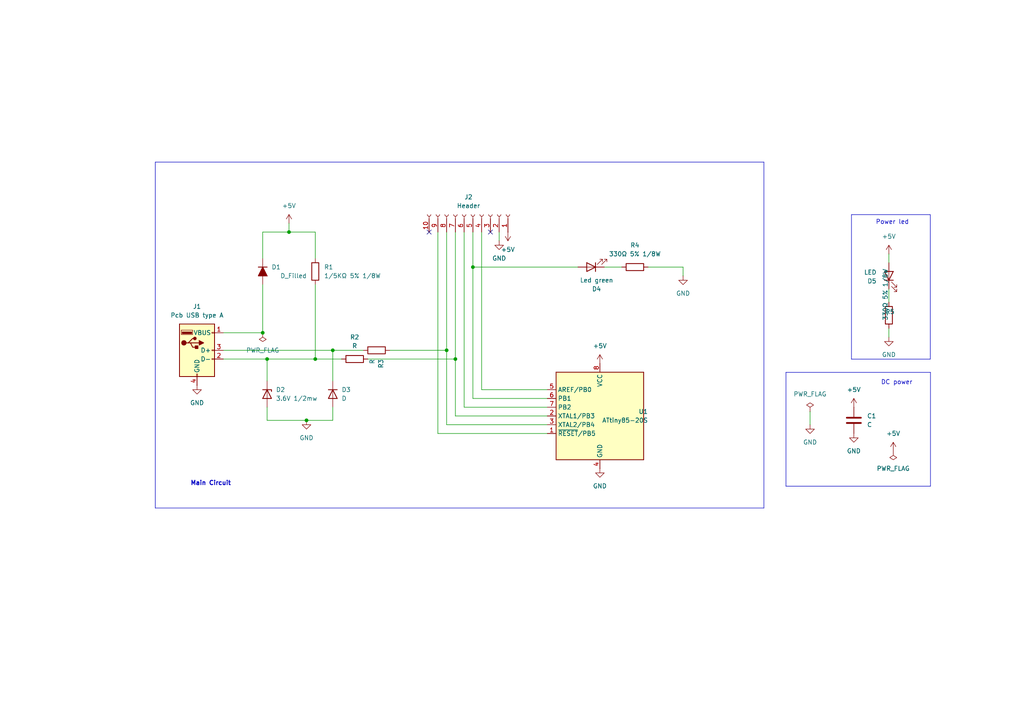
<source format=kicad_sch>
(kicad_sch
	(version 20250114)
	(generator "eeschema")
	(generator_version "9.0")
	(uuid "f2c20679-f28d-47ad-9191-2bfbde129570")
	(paper "A4")
	(title_block
		(date "2024-03-18")
		(rev "version Test2024")
		(company "UCC")
		(comment 1 "proyectoBase2024")
	)
	(lib_symbols
		(symbol "+5V_1"
			(power)
			(pin_names
				(offset 0)
			)
			(exclude_from_sim no)
			(in_bom yes)
			(on_board yes)
			(property "Reference" "#PWR"
				(at 0 -3.81 0)
				(effects
					(font
						(size 1.27 1.27)
					)
					(hide yes)
				)
			)
			(property "Value" "+5V_1"
				(at 0 3.556 0)
				(effects
					(font
						(size 1.27 1.27)
					)
				)
			)
			(property "Footprint" ""
				(at 0 0 0)
				(effects
					(font
						(size 1.27 1.27)
					)
					(hide yes)
				)
			)
			(property "Datasheet" ""
				(at 0 0 0)
				(effects
					(font
						(size 1.27 1.27)
					)
					(hide yes)
				)
			)
			(property "Description" "Power symbol creates a global label with name \"+5V\""
				(at 0 0 0)
				(effects
					(font
						(size 1.27 1.27)
					)
					(hide yes)
				)
			)
			(property "ki_keywords" "global power"
				(at 0 0 0)
				(effects
					(font
						(size 1.27 1.27)
					)
					(hide yes)
				)
			)
			(symbol "+5V_1_0_1"
				(polyline
					(pts
						(xy -0.762 1.27) (xy 0 2.54)
					)
					(stroke
						(width 0)
						(type default)
					)
					(fill
						(type none)
					)
				)
				(polyline
					(pts
						(xy 0 2.54) (xy 0.762 1.27)
					)
					(stroke
						(width 0)
						(type default)
					)
					(fill
						(type none)
					)
				)
				(polyline
					(pts
						(xy 0 0) (xy 0 2.54)
					)
					(stroke
						(width 0)
						(type default)
					)
					(fill
						(type none)
					)
				)
			)
			(symbol "+5V_1_1_1"
				(pin power_in line
					(at 0 0 90)
					(length 0)
					(hide yes)
					(name "+5V"
						(effects
							(font
								(size 1.27 1.27)
							)
						)
					)
					(number "1"
						(effects
							(font
								(size 1.27 1.27)
							)
						)
					)
				)
			)
			(embedded_fonts no)
		)
		(symbol "Connector:Conn_01x10_Socket"
			(pin_names
				(offset 1.016)
				(hide yes)
			)
			(exclude_from_sim no)
			(in_bom yes)
			(on_board yes)
			(property "Reference" "J"
				(at 0 12.7 0)
				(effects
					(font
						(size 1.27 1.27)
					)
				)
			)
			(property "Value" "Conn_01x10_Socket"
				(at 0 -15.24 0)
				(effects
					(font
						(size 1.27 1.27)
					)
				)
			)
			(property "Footprint" ""
				(at 0 0 0)
				(effects
					(font
						(size 1.27 1.27)
					)
					(hide yes)
				)
			)
			(property "Datasheet" "~"
				(at 0 0 0)
				(effects
					(font
						(size 1.27 1.27)
					)
					(hide yes)
				)
			)
			(property "Description" "Generic connector, single row, 01x10, script generated"
				(at 0 0 0)
				(effects
					(font
						(size 1.27 1.27)
					)
					(hide yes)
				)
			)
			(property "ki_locked" ""
				(at 0 0 0)
				(effects
					(font
						(size 1.27 1.27)
					)
				)
			)
			(property "ki_keywords" "connector"
				(at 0 0 0)
				(effects
					(font
						(size 1.27 1.27)
					)
					(hide yes)
				)
			)
			(property "ki_fp_filters" "Connector*:*_1x??_*"
				(at 0 0 0)
				(effects
					(font
						(size 1.27 1.27)
					)
					(hide yes)
				)
			)
			(symbol "Conn_01x10_Socket_1_1"
				(polyline
					(pts
						(xy -1.27 10.16) (xy -0.508 10.16)
					)
					(stroke
						(width 0.1524)
						(type default)
					)
					(fill
						(type none)
					)
				)
				(polyline
					(pts
						(xy -1.27 7.62) (xy -0.508 7.62)
					)
					(stroke
						(width 0.1524)
						(type default)
					)
					(fill
						(type none)
					)
				)
				(polyline
					(pts
						(xy -1.27 5.08) (xy -0.508 5.08)
					)
					(stroke
						(width 0.1524)
						(type default)
					)
					(fill
						(type none)
					)
				)
				(polyline
					(pts
						(xy -1.27 2.54) (xy -0.508 2.54)
					)
					(stroke
						(width 0.1524)
						(type default)
					)
					(fill
						(type none)
					)
				)
				(polyline
					(pts
						(xy -1.27 0) (xy -0.508 0)
					)
					(stroke
						(width 0.1524)
						(type default)
					)
					(fill
						(type none)
					)
				)
				(polyline
					(pts
						(xy -1.27 -2.54) (xy -0.508 -2.54)
					)
					(stroke
						(width 0.1524)
						(type default)
					)
					(fill
						(type none)
					)
				)
				(polyline
					(pts
						(xy -1.27 -5.08) (xy -0.508 -5.08)
					)
					(stroke
						(width 0.1524)
						(type default)
					)
					(fill
						(type none)
					)
				)
				(polyline
					(pts
						(xy -1.27 -7.62) (xy -0.508 -7.62)
					)
					(stroke
						(width 0.1524)
						(type default)
					)
					(fill
						(type none)
					)
				)
				(polyline
					(pts
						(xy -1.27 -10.16) (xy -0.508 -10.16)
					)
					(stroke
						(width 0.1524)
						(type default)
					)
					(fill
						(type none)
					)
				)
				(polyline
					(pts
						(xy -1.27 -12.7) (xy -0.508 -12.7)
					)
					(stroke
						(width 0.1524)
						(type default)
					)
					(fill
						(type none)
					)
				)
				(arc
					(start 0 9.652)
					(mid -0.5058 10.16)
					(end 0 10.668)
					(stroke
						(width 0.1524)
						(type default)
					)
					(fill
						(type none)
					)
				)
				(arc
					(start 0 7.112)
					(mid -0.5058 7.62)
					(end 0 8.128)
					(stroke
						(width 0.1524)
						(type default)
					)
					(fill
						(type none)
					)
				)
				(arc
					(start 0 4.572)
					(mid -0.5058 5.08)
					(end 0 5.588)
					(stroke
						(width 0.1524)
						(type default)
					)
					(fill
						(type none)
					)
				)
				(arc
					(start 0 2.032)
					(mid -0.5058 2.54)
					(end 0 3.048)
					(stroke
						(width 0.1524)
						(type default)
					)
					(fill
						(type none)
					)
				)
				(arc
					(start 0 -0.508)
					(mid -0.5058 0)
					(end 0 0.508)
					(stroke
						(width 0.1524)
						(type default)
					)
					(fill
						(type none)
					)
				)
				(arc
					(start 0 -3.048)
					(mid -0.5058 -2.54)
					(end 0 -2.032)
					(stroke
						(width 0.1524)
						(type default)
					)
					(fill
						(type none)
					)
				)
				(arc
					(start 0 -5.588)
					(mid -0.5058 -5.08)
					(end 0 -4.572)
					(stroke
						(width 0.1524)
						(type default)
					)
					(fill
						(type none)
					)
				)
				(arc
					(start 0 -8.128)
					(mid -0.5058 -7.62)
					(end 0 -7.112)
					(stroke
						(width 0.1524)
						(type default)
					)
					(fill
						(type none)
					)
				)
				(arc
					(start 0 -10.668)
					(mid -0.5058 -10.16)
					(end 0 -9.652)
					(stroke
						(width 0.1524)
						(type default)
					)
					(fill
						(type none)
					)
				)
				(arc
					(start 0 -13.208)
					(mid -0.5058 -12.7)
					(end 0 -12.192)
					(stroke
						(width 0.1524)
						(type default)
					)
					(fill
						(type none)
					)
				)
				(pin passive line
					(at -5.08 10.16 0)
					(length 3.81)
					(name "Pin_1"
						(effects
							(font
								(size 1.27 1.27)
							)
						)
					)
					(number "1"
						(effects
							(font
								(size 1.27 1.27)
							)
						)
					)
				)
				(pin passive line
					(at -5.08 7.62 0)
					(length 3.81)
					(name "Pin_2"
						(effects
							(font
								(size 1.27 1.27)
							)
						)
					)
					(number "2"
						(effects
							(font
								(size 1.27 1.27)
							)
						)
					)
				)
				(pin passive line
					(at -5.08 5.08 0)
					(length 3.81)
					(name "Pin_3"
						(effects
							(font
								(size 1.27 1.27)
							)
						)
					)
					(number "3"
						(effects
							(font
								(size 1.27 1.27)
							)
						)
					)
				)
				(pin passive line
					(at -5.08 2.54 0)
					(length 3.81)
					(name "Pin_4"
						(effects
							(font
								(size 1.27 1.27)
							)
						)
					)
					(number "4"
						(effects
							(font
								(size 1.27 1.27)
							)
						)
					)
				)
				(pin passive line
					(at -5.08 0 0)
					(length 3.81)
					(name "Pin_5"
						(effects
							(font
								(size 1.27 1.27)
							)
						)
					)
					(number "5"
						(effects
							(font
								(size 1.27 1.27)
							)
						)
					)
				)
				(pin passive line
					(at -5.08 -2.54 0)
					(length 3.81)
					(name "Pin_6"
						(effects
							(font
								(size 1.27 1.27)
							)
						)
					)
					(number "6"
						(effects
							(font
								(size 1.27 1.27)
							)
						)
					)
				)
				(pin passive line
					(at -5.08 -5.08 0)
					(length 3.81)
					(name "Pin_7"
						(effects
							(font
								(size 1.27 1.27)
							)
						)
					)
					(number "7"
						(effects
							(font
								(size 1.27 1.27)
							)
						)
					)
				)
				(pin passive line
					(at -5.08 -7.62 0)
					(length 3.81)
					(name "Pin_8"
						(effects
							(font
								(size 1.27 1.27)
							)
						)
					)
					(number "8"
						(effects
							(font
								(size 1.27 1.27)
							)
						)
					)
				)
				(pin passive line
					(at -5.08 -10.16 0)
					(length 3.81)
					(name "Pin_9"
						(effects
							(font
								(size 1.27 1.27)
							)
						)
					)
					(number "9"
						(effects
							(font
								(size 1.27 1.27)
							)
						)
					)
				)
				(pin passive line
					(at -5.08 -12.7 0)
					(length 3.81)
					(name "Pin_10"
						(effects
							(font
								(size 1.27 1.27)
							)
						)
					)
					(number "10"
						(effects
							(font
								(size 1.27 1.27)
							)
						)
					)
				)
			)
			(embedded_fonts no)
		)
		(symbol "Connector:USB_A"
			(pin_names
				(offset 1.016)
			)
			(exclude_from_sim no)
			(in_bom yes)
			(on_board yes)
			(property "Reference" "J2"
				(at 0 12.7 0)
				(effects
					(font
						(size 1.27 1.27)
					)
				)
			)
			(property "Value" "USB_A"
				(at 0 10.16 0)
				(effects
					(font
						(size 1.27 1.27)
					)
				)
			)
			(property "Footprint" ""
				(at 3.81 -1.27 0)
				(effects
					(font
						(size 1.27 1.27)
					)
					(hide yes)
				)
			)
			(property "Datasheet" "~"
				(at 3.81 -1.27 0)
				(effects
					(font
						(size 1.27 1.27)
					)
					(hide yes)
				)
			)
			(property "Description" "USB Type A connector"
				(at 0 0 0)
				(effects
					(font
						(size 1.27 1.27)
					)
					(hide yes)
				)
			)
			(property "ki_keywords" "connector USB"
				(at 0 0 0)
				(effects
					(font
						(size 1.27 1.27)
					)
					(hide yes)
				)
			)
			(property "ki_fp_filters" "USB*"
				(at 0 0 0)
				(effects
					(font
						(size 1.27 1.27)
					)
					(hide yes)
				)
			)
			(symbol "USB_A_0_1"
				(rectangle
					(start -5.08 -7.62)
					(end 5.08 7.62)
					(stroke
						(width 0.254)
						(type default)
					)
					(fill
						(type background)
					)
				)
				(circle
					(center -3.81 2.159)
					(radius 0.635)
					(stroke
						(width 0.254)
						(type default)
					)
					(fill
						(type outline)
					)
				)
				(polyline
					(pts
						(xy -3.175 2.159) (xy -2.54 2.159) (xy -1.27 3.429) (xy -0.635 3.429)
					)
					(stroke
						(width 0.254)
						(type default)
					)
					(fill
						(type none)
					)
				)
				(polyline
					(pts
						(xy -2.54 2.159) (xy -1.905 2.159) (xy -1.27 0.889) (xy 0 0.889)
					)
					(stroke
						(width 0.254)
						(type default)
					)
					(fill
						(type none)
					)
				)
				(rectangle
					(start -1.524 4.826)
					(end -4.318 5.334)
					(stroke
						(width 0)
						(type default)
					)
					(fill
						(type outline)
					)
				)
				(rectangle
					(start -1.27 4.572)
					(end -4.572 5.842)
					(stroke
						(width 0)
						(type default)
					)
					(fill
						(type none)
					)
				)
				(circle
					(center -0.635 3.429)
					(radius 0.381)
					(stroke
						(width 0.254)
						(type default)
					)
					(fill
						(type outline)
					)
				)
				(rectangle
					(start -0.127 -7.62)
					(end 0.127 -6.858)
					(stroke
						(width 0)
						(type default)
					)
					(fill
						(type none)
					)
				)
				(rectangle
					(start 0.254 1.27)
					(end -0.508 0.508)
					(stroke
						(width 0.254)
						(type default)
					)
					(fill
						(type outline)
					)
				)
				(polyline
					(pts
						(xy 0.635 2.794) (xy 0.635 1.524) (xy 1.905 2.159) (xy 0.635 2.794)
					)
					(stroke
						(width 0.254)
						(type default)
					)
					(fill
						(type outline)
					)
				)
				(rectangle
					(start 5.08 4.953)
					(end 4.318 5.207)
					(stroke
						(width 0)
						(type default)
					)
					(fill
						(type none)
					)
				)
				(rectangle
					(start 5.08 -0.127)
					(end 4.318 0.127)
					(stroke
						(width 0)
						(type default)
					)
					(fill
						(type none)
					)
				)
				(rectangle
					(start 5.08 -2.667)
					(end 4.318 -2.413)
					(stroke
						(width 0)
						(type default)
					)
					(fill
						(type none)
					)
				)
			)
			(symbol "USB_A_1_1"
				(polyline
					(pts
						(xy -1.905 2.159) (xy 0.635 2.159)
					)
					(stroke
						(width 0.254)
						(type default)
					)
					(fill
						(type none)
					)
				)
				(pin power_in line
					(at 0 -10.16 90)
					(length 2.54)
					(name "GND"
						(effects
							(font
								(size 1.27 1.27)
							)
						)
					)
					(number "4"
						(effects
							(font
								(size 1.27 1.27)
							)
						)
					)
				)
				(pin power_in line
					(at 7.62 5.08 180)
					(length 2.54)
					(name "VBUS"
						(effects
							(font
								(size 1.27 1.27)
							)
						)
					)
					(number "1"
						(effects
							(font
								(size 1.27 1.27)
							)
						)
					)
				)
				(pin bidirectional line
					(at 7.62 0 180)
					(length 2.54)
					(name "D+"
						(effects
							(font
								(size 1.27 1.27)
							)
						)
					)
					(number "3"
						(effects
							(font
								(size 1.27 1.27)
							)
						)
					)
				)
				(pin bidirectional line
					(at 7.62 -2.54 180)
					(length 2.54)
					(name "D-"
						(effects
							(font
								(size 1.27 1.27)
							)
						)
					)
					(number "2"
						(effects
							(font
								(size 1.27 1.27)
							)
						)
					)
				)
			)
			(embedded_fonts no)
		)
		(symbol "D_Filled_1"
			(pin_numbers
				(hide yes)
			)
			(pin_names
				(offset 1.016)
				(hide yes)
			)
			(exclude_from_sim no)
			(in_bom yes)
			(on_board yes)
			(property "Reference" "D"
				(at 0 2.54 0)
				(effects
					(font
						(size 1.27 1.27)
					)
				)
			)
			(property "Value" "D_Filled"
				(at 0 -2.54 0)
				(effects
					(font
						(size 1.27 1.27)
					)
				)
			)
			(property "Footprint" ""
				(at 0 0 0)
				(effects
					(font
						(size 1.27 1.27)
					)
					(hide yes)
				)
			)
			(property "Datasheet" "~"
				(at 0 0 0)
				(effects
					(font
						(size 1.27 1.27)
					)
					(hide yes)
				)
			)
			(property "Description" "Diode, filled shape"
				(at 0 0 0)
				(effects
					(font
						(size 1.27 1.27)
					)
					(hide yes)
				)
			)
			(property "Sim.Device" "D"
				(at 0 0 0)
				(effects
					(font
						(size 1.27 1.27)
					)
					(hide yes)
				)
			)
			(property "Sim.Pins" "1=K 2=A"
				(at 0 0 0)
				(effects
					(font
						(size 1.27 1.27)
					)
					(hide yes)
				)
			)
			(property "ki_keywords" "diode"
				(at 0 0 0)
				(effects
					(font
						(size 1.27 1.27)
					)
					(hide yes)
				)
			)
			(property "ki_fp_filters" "TO-???* *_Diode_* *SingleDiode* D_*"
				(at 0 0 0)
				(effects
					(font
						(size 1.27 1.27)
					)
					(hide yes)
				)
			)
			(symbol "D_Filled_1_0_1"
				(polyline
					(pts
						(xy -1.27 1.27) (xy -1.27 -1.27)
					)
					(stroke
						(width 0.254)
						(type default)
					)
					(fill
						(type none)
					)
				)
				(polyline
					(pts
						(xy 1.27 1.27) (xy 1.27 -1.27) (xy -1.27 0) (xy 1.27 1.27)
					)
					(stroke
						(width 0.254)
						(type default)
					)
					(fill
						(type outline)
					)
				)
				(polyline
					(pts
						(xy 1.27 0) (xy -1.27 0)
					)
					(stroke
						(width 0)
						(type default)
					)
					(fill
						(type none)
					)
				)
			)
			(symbol "D_Filled_1_1_1"
				(pin passive line
					(at -3.81 0 0)
					(length 2.54)
					(name "K"
						(effects
							(font
								(size 1.27 1.27)
							)
						)
					)
					(number "1"
						(effects
							(font
								(size 1.27 1.27)
							)
						)
					)
				)
				(pin passive line
					(at 3.81 0 180)
					(length 2.54)
					(name "A"
						(effects
							(font
								(size 1.27 1.27)
							)
						)
					)
					(number "2"
						(effects
							(font
								(size 1.27 1.27)
							)
						)
					)
				)
			)
			(embedded_fonts no)
		)
		(symbol "Device:C"
			(pin_numbers
				(hide yes)
			)
			(pin_names
				(offset 0.254)
			)
			(exclude_from_sim no)
			(in_bom yes)
			(on_board yes)
			(property "Reference" "C"
				(at 0.635 2.54 0)
				(effects
					(font
						(size 1.27 1.27)
					)
					(justify left)
				)
			)
			(property "Value" "C"
				(at 0.635 -2.54 0)
				(effects
					(font
						(size 1.27 1.27)
					)
					(justify left)
				)
			)
			(property "Footprint" ""
				(at 0.9652 -3.81 0)
				(effects
					(font
						(size 1.27 1.27)
					)
					(hide yes)
				)
			)
			(property "Datasheet" "~"
				(at 0 0 0)
				(effects
					(font
						(size 1.27 1.27)
					)
					(hide yes)
				)
			)
			(property "Description" "Unpolarized capacitor"
				(at 0 0 0)
				(effects
					(font
						(size 1.27 1.27)
					)
					(hide yes)
				)
			)
			(property "ki_keywords" "cap capacitor"
				(at 0 0 0)
				(effects
					(font
						(size 1.27 1.27)
					)
					(hide yes)
				)
			)
			(property "ki_fp_filters" "C_*"
				(at 0 0 0)
				(effects
					(font
						(size 1.27 1.27)
					)
					(hide yes)
				)
			)
			(symbol "C_0_1"
				(polyline
					(pts
						(xy -2.032 0.762) (xy 2.032 0.762)
					)
					(stroke
						(width 0.508)
						(type default)
					)
					(fill
						(type none)
					)
				)
				(polyline
					(pts
						(xy -2.032 -0.762) (xy 2.032 -0.762)
					)
					(stroke
						(width 0.508)
						(type default)
					)
					(fill
						(type none)
					)
				)
			)
			(symbol "C_1_1"
				(pin passive line
					(at 0 3.81 270)
					(length 2.794)
					(name "~"
						(effects
							(font
								(size 1.27 1.27)
							)
						)
					)
					(number "1"
						(effects
							(font
								(size 1.27 1.27)
							)
						)
					)
				)
				(pin passive line
					(at 0 -3.81 90)
					(length 2.794)
					(name "~"
						(effects
							(font
								(size 1.27 1.27)
							)
						)
					)
					(number "2"
						(effects
							(font
								(size 1.27 1.27)
							)
						)
					)
				)
			)
			(embedded_fonts no)
		)
		(symbol "Device:D"
			(pin_numbers
				(hide yes)
			)
			(pin_names
				(offset 1.016)
				(hide yes)
			)
			(exclude_from_sim no)
			(in_bom yes)
			(on_board yes)
			(property "Reference" "D"
				(at 0 2.54 0)
				(effects
					(font
						(size 1.27 1.27)
					)
				)
			)
			(property "Value" "D"
				(at 0 -2.54 0)
				(effects
					(font
						(size 1.27 1.27)
					)
				)
			)
			(property "Footprint" ""
				(at 0 0 0)
				(effects
					(font
						(size 1.27 1.27)
					)
					(hide yes)
				)
			)
			(property "Datasheet" "~"
				(at 0 0 0)
				(effects
					(font
						(size 1.27 1.27)
					)
					(hide yes)
				)
			)
			(property "Description" "Diode"
				(at 0 0 0)
				(effects
					(font
						(size 1.27 1.27)
					)
					(hide yes)
				)
			)
			(property "Sim.Device" "D"
				(at 0 0 0)
				(effects
					(font
						(size 1.27 1.27)
					)
					(hide yes)
				)
			)
			(property "Sim.Pins" "1=K 2=A"
				(at 0 0 0)
				(effects
					(font
						(size 1.27 1.27)
					)
					(hide yes)
				)
			)
			(property "ki_keywords" "diode"
				(at 0 0 0)
				(effects
					(font
						(size 1.27 1.27)
					)
					(hide yes)
				)
			)
			(property "ki_fp_filters" "TO-???* *_Diode_* *SingleDiode* D_*"
				(at 0 0 0)
				(effects
					(font
						(size 1.27 1.27)
					)
					(hide yes)
				)
			)
			(symbol "D_0_1"
				(polyline
					(pts
						(xy -1.27 1.27) (xy -1.27 -1.27)
					)
					(stroke
						(width 0.254)
						(type default)
					)
					(fill
						(type none)
					)
				)
				(polyline
					(pts
						(xy 1.27 1.27) (xy 1.27 -1.27) (xy -1.27 0) (xy 1.27 1.27)
					)
					(stroke
						(width 0.254)
						(type default)
					)
					(fill
						(type none)
					)
				)
				(polyline
					(pts
						(xy 1.27 0) (xy -1.27 0)
					)
					(stroke
						(width 0)
						(type default)
					)
					(fill
						(type none)
					)
				)
			)
			(symbol "D_1_1"
				(pin passive line
					(at -3.81 0 0)
					(length 2.54)
					(name "K"
						(effects
							(font
								(size 1.27 1.27)
							)
						)
					)
					(number "1"
						(effects
							(font
								(size 1.27 1.27)
							)
						)
					)
				)
				(pin passive line
					(at 3.81 0 180)
					(length 2.54)
					(name "A"
						(effects
							(font
								(size 1.27 1.27)
							)
						)
					)
					(number "2"
						(effects
							(font
								(size 1.27 1.27)
							)
						)
					)
				)
			)
			(embedded_fonts no)
		)
		(symbol "Device:D_Zener"
			(pin_numbers
				(hide yes)
			)
			(pin_names
				(offset 1.016)
				(hide yes)
			)
			(exclude_from_sim no)
			(in_bom yes)
			(on_board yes)
			(property "Reference" "D"
				(at 0 2.54 0)
				(effects
					(font
						(size 1.27 1.27)
					)
				)
			)
			(property "Value" "D_Zener"
				(at 0 -2.54 0)
				(effects
					(font
						(size 1.27 1.27)
					)
				)
			)
			(property "Footprint" ""
				(at 0 0 0)
				(effects
					(font
						(size 1.27 1.27)
					)
					(hide yes)
				)
			)
			(property "Datasheet" "~"
				(at 0 0 0)
				(effects
					(font
						(size 1.27 1.27)
					)
					(hide yes)
				)
			)
			(property "Description" "Zener diode"
				(at 0 0 0)
				(effects
					(font
						(size 1.27 1.27)
					)
					(hide yes)
				)
			)
			(property "ki_keywords" "diode"
				(at 0 0 0)
				(effects
					(font
						(size 1.27 1.27)
					)
					(hide yes)
				)
			)
			(property "ki_fp_filters" "TO-???* *_Diode_* *SingleDiode* D_*"
				(at 0 0 0)
				(effects
					(font
						(size 1.27 1.27)
					)
					(hide yes)
				)
			)
			(symbol "D_Zener_0_1"
				(polyline
					(pts
						(xy -1.27 -1.27) (xy -1.27 1.27) (xy -0.762 1.27)
					)
					(stroke
						(width 0.254)
						(type default)
					)
					(fill
						(type none)
					)
				)
				(polyline
					(pts
						(xy 1.27 0) (xy -1.27 0)
					)
					(stroke
						(width 0)
						(type default)
					)
					(fill
						(type none)
					)
				)
				(polyline
					(pts
						(xy 1.27 -1.27) (xy 1.27 1.27) (xy -1.27 0) (xy 1.27 -1.27)
					)
					(stroke
						(width 0.254)
						(type default)
					)
					(fill
						(type none)
					)
				)
			)
			(symbol "D_Zener_1_1"
				(pin passive line
					(at -3.81 0 0)
					(length 2.54)
					(name "K"
						(effects
							(font
								(size 1.27 1.27)
							)
						)
					)
					(number "1"
						(effects
							(font
								(size 1.27 1.27)
							)
						)
					)
				)
				(pin passive line
					(at 3.81 0 180)
					(length 2.54)
					(name "A"
						(effects
							(font
								(size 1.27 1.27)
							)
						)
					)
					(number "2"
						(effects
							(font
								(size 1.27 1.27)
							)
						)
					)
				)
			)
			(embedded_fonts no)
		)
		(symbol "Device:LED"
			(pin_numbers
				(hide yes)
			)
			(pin_names
				(offset 1.016)
				(hide yes)
			)
			(exclude_from_sim no)
			(in_bom yes)
			(on_board yes)
			(property "Reference" "D"
				(at 0 2.54 0)
				(effects
					(font
						(size 1.27 1.27)
					)
				)
			)
			(property "Value" "LED"
				(at 0 -2.54 0)
				(effects
					(font
						(size 1.27 1.27)
					)
				)
			)
			(property "Footprint" ""
				(at 0 0 0)
				(effects
					(font
						(size 1.27 1.27)
					)
					(hide yes)
				)
			)
			(property "Datasheet" "~"
				(at 0 0 0)
				(effects
					(font
						(size 1.27 1.27)
					)
					(hide yes)
				)
			)
			(property "Description" "Light emitting diode"
				(at 0 0 0)
				(effects
					(font
						(size 1.27 1.27)
					)
					(hide yes)
				)
			)
			(property "ki_keywords" "LED diode"
				(at 0 0 0)
				(effects
					(font
						(size 1.27 1.27)
					)
					(hide yes)
				)
			)
			(property "ki_fp_filters" "LED* LED_SMD:* LED_THT:*"
				(at 0 0 0)
				(effects
					(font
						(size 1.27 1.27)
					)
					(hide yes)
				)
			)
			(symbol "LED_0_1"
				(polyline
					(pts
						(xy -3.048 -0.762) (xy -4.572 -2.286) (xy -3.81 -2.286) (xy -4.572 -2.286) (xy -4.572 -1.524)
					)
					(stroke
						(width 0)
						(type default)
					)
					(fill
						(type none)
					)
				)
				(polyline
					(pts
						(xy -1.778 -0.762) (xy -3.302 -2.286) (xy -2.54 -2.286) (xy -3.302 -2.286) (xy -3.302 -1.524)
					)
					(stroke
						(width 0)
						(type default)
					)
					(fill
						(type none)
					)
				)
				(polyline
					(pts
						(xy -1.27 0) (xy 1.27 0)
					)
					(stroke
						(width 0)
						(type default)
					)
					(fill
						(type none)
					)
				)
				(polyline
					(pts
						(xy -1.27 -1.27) (xy -1.27 1.27)
					)
					(stroke
						(width 0.254)
						(type default)
					)
					(fill
						(type none)
					)
				)
				(polyline
					(pts
						(xy 1.27 -1.27) (xy 1.27 1.27) (xy -1.27 0) (xy 1.27 -1.27)
					)
					(stroke
						(width 0.254)
						(type default)
					)
					(fill
						(type none)
					)
				)
			)
			(symbol "LED_1_1"
				(pin passive line
					(at -3.81 0 0)
					(length 2.54)
					(name "K"
						(effects
							(font
								(size 1.27 1.27)
							)
						)
					)
					(number "1"
						(effects
							(font
								(size 1.27 1.27)
							)
						)
					)
				)
				(pin passive line
					(at 3.81 0 180)
					(length 2.54)
					(name "A"
						(effects
							(font
								(size 1.27 1.27)
							)
						)
					)
					(number "2"
						(effects
							(font
								(size 1.27 1.27)
							)
						)
					)
				)
			)
			(embedded_fonts no)
		)
		(symbol "Device:R"
			(pin_numbers
				(hide yes)
			)
			(pin_names
				(offset 0)
			)
			(exclude_from_sim no)
			(in_bom yes)
			(on_board yes)
			(property "Reference" "R"
				(at 2.032 0 90)
				(effects
					(font
						(size 1.27 1.27)
					)
				)
			)
			(property "Value" "R"
				(at 0 0 90)
				(effects
					(font
						(size 1.27 1.27)
					)
				)
			)
			(property "Footprint" ""
				(at -1.778 0 90)
				(effects
					(font
						(size 1.27 1.27)
					)
					(hide yes)
				)
			)
			(property "Datasheet" "~"
				(at 0 0 0)
				(effects
					(font
						(size 1.27 1.27)
					)
					(hide yes)
				)
			)
			(property "Description" "Resistor"
				(at 0 0 0)
				(effects
					(font
						(size 1.27 1.27)
					)
					(hide yes)
				)
			)
			(property "ki_keywords" "R res resistor"
				(at 0 0 0)
				(effects
					(font
						(size 1.27 1.27)
					)
					(hide yes)
				)
			)
			(property "ki_fp_filters" "R_*"
				(at 0 0 0)
				(effects
					(font
						(size 1.27 1.27)
					)
					(hide yes)
				)
			)
			(symbol "R_0_1"
				(rectangle
					(start -1.016 -2.54)
					(end 1.016 2.54)
					(stroke
						(width 0.254)
						(type default)
					)
					(fill
						(type none)
					)
				)
			)
			(symbol "R_1_1"
				(pin passive line
					(at 0 3.81 270)
					(length 1.27)
					(name "~"
						(effects
							(font
								(size 1.27 1.27)
							)
						)
					)
					(number "1"
						(effects
							(font
								(size 1.27 1.27)
							)
						)
					)
				)
				(pin passive line
					(at 0 -3.81 90)
					(length 1.27)
					(name "~"
						(effects
							(font
								(size 1.27 1.27)
							)
						)
					)
					(number "2"
						(effects
							(font
								(size 1.27 1.27)
							)
						)
					)
				)
			)
			(embedded_fonts no)
		)
		(symbol "GND_1"
			(power)
			(pin_names
				(offset 0)
			)
			(exclude_from_sim no)
			(in_bom yes)
			(on_board yes)
			(property "Reference" "#PWR"
				(at 0 -6.35 0)
				(effects
					(font
						(size 1.27 1.27)
					)
					(hide yes)
				)
			)
			(property "Value" "GND_1"
				(at 0 -3.81 0)
				(effects
					(font
						(size 1.27 1.27)
					)
				)
			)
			(property "Footprint" ""
				(at 0 0 0)
				(effects
					(font
						(size 1.27 1.27)
					)
					(hide yes)
				)
			)
			(property "Datasheet" ""
				(at 0 0 0)
				(effects
					(font
						(size 1.27 1.27)
					)
					(hide yes)
				)
			)
			(property "Description" "Power symbol creates a global label with name \"GND\" , ground"
				(at 0 0 0)
				(effects
					(font
						(size 1.27 1.27)
					)
					(hide yes)
				)
			)
			(property "ki_keywords" "global power"
				(at 0 0 0)
				(effects
					(font
						(size 1.27 1.27)
					)
					(hide yes)
				)
			)
			(symbol "GND_1_0_1"
				(polyline
					(pts
						(xy 0 0) (xy 0 -1.27) (xy 1.27 -1.27) (xy 0 -2.54) (xy -1.27 -1.27) (xy 0 -1.27)
					)
					(stroke
						(width 0)
						(type default)
					)
					(fill
						(type none)
					)
				)
			)
			(symbol "GND_1_1_1"
				(pin power_in line
					(at 0 0 270)
					(length 0)
					(hide yes)
					(name "GND"
						(effects
							(font
								(size 1.27 1.27)
							)
						)
					)
					(number "1"
						(effects
							(font
								(size 1.27 1.27)
							)
						)
					)
				)
			)
			(embedded_fonts no)
		)
		(symbol "LED_1"
			(pin_numbers
				(hide yes)
			)
			(pin_names
				(offset 1.016)
				(hide yes)
			)
			(exclude_from_sim no)
			(in_bom yes)
			(on_board yes)
			(property "Reference" "D"
				(at 0 2.54 0)
				(effects
					(font
						(size 1.27 1.27)
					)
				)
			)
			(property "Value" "LED"
				(at 0 -2.54 0)
				(effects
					(font
						(size 1.27 1.27)
					)
				)
			)
			(property "Footprint" ""
				(at 0 0 0)
				(effects
					(font
						(size 1.27 1.27)
					)
					(hide yes)
				)
			)
			(property "Datasheet" "~"
				(at 0 0 0)
				(effects
					(font
						(size 1.27 1.27)
					)
					(hide yes)
				)
			)
			(property "Description" "Light emitting diode"
				(at 0 0 0)
				(effects
					(font
						(size 1.27 1.27)
					)
					(hide yes)
				)
			)
			(property "Sim.Pins" "1=K 2=A"
				(at 0 0 0)
				(effects
					(font
						(size 1.27 1.27)
					)
					(hide yes)
				)
			)
			(property "ki_keywords" "LED diode"
				(at 0 0 0)
				(effects
					(font
						(size 1.27 1.27)
					)
					(hide yes)
				)
			)
			(property "ki_fp_filters" "LED* LED_SMD:* LED_THT:*"
				(at 0 0 0)
				(effects
					(font
						(size 1.27 1.27)
					)
					(hide yes)
				)
			)
			(symbol "LED_1_0_1"
				(polyline
					(pts
						(xy -3.048 -0.762) (xy -4.572 -2.286) (xy -3.81 -2.286) (xy -4.572 -2.286) (xy -4.572 -1.524)
					)
					(stroke
						(width 0)
						(type default)
					)
					(fill
						(type none)
					)
				)
				(polyline
					(pts
						(xy -1.778 -0.762) (xy -3.302 -2.286) (xy -2.54 -2.286) (xy -3.302 -2.286) (xy -3.302 -1.524)
					)
					(stroke
						(width 0)
						(type default)
					)
					(fill
						(type none)
					)
				)
				(polyline
					(pts
						(xy -1.27 0) (xy 1.27 0)
					)
					(stroke
						(width 0)
						(type default)
					)
					(fill
						(type none)
					)
				)
				(polyline
					(pts
						(xy -1.27 -1.27) (xy -1.27 1.27)
					)
					(stroke
						(width 0.254)
						(type default)
					)
					(fill
						(type none)
					)
				)
				(polyline
					(pts
						(xy 1.27 -1.27) (xy 1.27 1.27) (xy -1.27 0) (xy 1.27 -1.27)
					)
					(stroke
						(width 0.254)
						(type default)
					)
					(fill
						(type none)
					)
				)
			)
			(symbol "LED_1_1_1"
				(pin passive line
					(at -3.81 0 0)
					(length 2.54)
					(name "K"
						(effects
							(font
								(size 1.27 1.27)
							)
						)
					)
					(number "1"
						(effects
							(font
								(size 1.27 1.27)
							)
						)
					)
				)
				(pin passive line
					(at 3.81 0 180)
					(length 2.54)
					(name "A"
						(effects
							(font
								(size 1.27 1.27)
							)
						)
					)
					(number "2"
						(effects
							(font
								(size 1.27 1.27)
							)
						)
					)
				)
			)
			(embedded_fonts no)
		)
		(symbol "MCU_Microchip_ATtiny:ATtiny85-20S"
			(exclude_from_sim no)
			(in_bom yes)
			(on_board yes)
			(property "Reference" "U"
				(at -12.7 13.97 0)
				(effects
					(font
						(size 1.27 1.27)
					)
					(justify left bottom)
				)
			)
			(property "Value" "ATtiny85-20S"
				(at 2.54 -13.97 0)
				(effects
					(font
						(size 1.27 1.27)
					)
					(justify left top)
				)
			)
			(property "Footprint" "Package_SO:SOIC-8W_5.3x5.3mm_P1.27mm"
				(at 0 0 0)
				(effects
					(font
						(size 1.27 1.27)
						(italic yes)
					)
					(hide yes)
				)
			)
			(property "Datasheet" "http://ww1.microchip.com/downloads/en/DeviceDoc/atmel-2586-avr-8-bit-microcontroller-attiny25-attiny45-attiny85_datasheet.pdf"
				(at 0 0 0)
				(effects
					(font
						(size 1.27 1.27)
					)
					(hide yes)
				)
			)
			(property "Description" "20MHz, 8kB Flash, 512B SRAM, 512B EEPROM, debugWIRE, SOIC-8W"
				(at 0 0 0)
				(effects
					(font
						(size 1.27 1.27)
					)
					(hide yes)
				)
			)
			(property "ki_keywords" "AVR 8bit Microcontroller tinyAVR"
				(at 0 0 0)
				(effects
					(font
						(size 1.27 1.27)
					)
					(hide yes)
				)
			)
			(property "ki_fp_filters" "SOIC*5.3x5.3mm*P1.27mm*"
				(at 0 0 0)
				(effects
					(font
						(size 1.27 1.27)
					)
					(hide yes)
				)
			)
			(symbol "ATtiny85-20S_0_1"
				(rectangle
					(start -12.7 -12.7)
					(end 12.7 12.7)
					(stroke
						(width 0.254)
						(type default)
					)
					(fill
						(type background)
					)
				)
			)
			(symbol "ATtiny85-20S_1_1"
				(pin power_in line
					(at 0 15.24 270)
					(length 2.54)
					(name "VCC"
						(effects
							(font
								(size 1.27 1.27)
							)
						)
					)
					(number "8"
						(effects
							(font
								(size 1.27 1.27)
							)
						)
					)
				)
				(pin power_in line
					(at 0 -15.24 90)
					(length 2.54)
					(name "GND"
						(effects
							(font
								(size 1.27 1.27)
							)
						)
					)
					(number "4"
						(effects
							(font
								(size 1.27 1.27)
							)
						)
					)
				)
				(pin bidirectional line
					(at 15.24 7.62 180)
					(length 2.54)
					(name "AREF/PB0"
						(effects
							(font
								(size 1.27 1.27)
							)
						)
					)
					(number "5"
						(effects
							(font
								(size 1.27 1.27)
							)
						)
					)
				)
				(pin bidirectional line
					(at 15.24 5.08 180)
					(length 2.54)
					(name "PB1"
						(effects
							(font
								(size 1.27 1.27)
							)
						)
					)
					(number "6"
						(effects
							(font
								(size 1.27 1.27)
							)
						)
					)
				)
				(pin bidirectional line
					(at 15.24 2.54 180)
					(length 2.54)
					(name "PB2"
						(effects
							(font
								(size 1.27 1.27)
							)
						)
					)
					(number "7"
						(effects
							(font
								(size 1.27 1.27)
							)
						)
					)
				)
				(pin bidirectional line
					(at 15.24 0 180)
					(length 2.54)
					(name "XTAL1/PB3"
						(effects
							(font
								(size 1.27 1.27)
							)
						)
					)
					(number "2"
						(effects
							(font
								(size 1.27 1.27)
							)
						)
					)
				)
				(pin bidirectional line
					(at 15.24 -2.54 180)
					(length 2.54)
					(name "XTAL2/PB4"
						(effects
							(font
								(size 1.27 1.27)
							)
						)
					)
					(number "3"
						(effects
							(font
								(size 1.27 1.27)
							)
						)
					)
				)
				(pin bidirectional line
					(at 15.24 -5.08 180)
					(length 2.54)
					(name "~{RESET}/PB5"
						(effects
							(font
								(size 1.27 1.27)
							)
						)
					)
					(number "1"
						(effects
							(font
								(size 1.27 1.27)
							)
						)
					)
				)
			)
			(embedded_fonts no)
		)
		(symbol "PWR_FLAG_1"
			(power)
			(pin_numbers
				(hide yes)
			)
			(pin_names
				(offset 0)
				(hide yes)
			)
			(exclude_from_sim no)
			(in_bom yes)
			(on_board yes)
			(property "Reference" "#FLG"
				(at 0 1.905 0)
				(effects
					(font
						(size 1.27 1.27)
					)
					(hide yes)
				)
			)
			(property "Value" "PWR_FLAG_1"
				(at 0 3.81 0)
				(effects
					(font
						(size 1.27 1.27)
					)
				)
			)
			(property "Footprint" ""
				(at 0 0 0)
				(effects
					(font
						(size 1.27 1.27)
					)
					(hide yes)
				)
			)
			(property "Datasheet" "~"
				(at 0 0 0)
				(effects
					(font
						(size 1.27 1.27)
					)
					(hide yes)
				)
			)
			(property "Description" "Special symbol for telling ERC where power comes from"
				(at 0 0 0)
				(effects
					(font
						(size 1.27 1.27)
					)
					(hide yes)
				)
			)
			(property "ki_keywords" "flag power"
				(at 0 0 0)
				(effects
					(font
						(size 1.27 1.27)
					)
					(hide yes)
				)
			)
			(symbol "PWR_FLAG_1_0_0"
				(pin power_out line
					(at 0 0 90)
					(length 0)
					(name "pwr"
						(effects
							(font
								(size 1.27 1.27)
							)
						)
					)
					(number "1"
						(effects
							(font
								(size 1.27 1.27)
							)
						)
					)
				)
			)
			(symbol "PWR_FLAG_1_0_1"
				(polyline
					(pts
						(xy 0 0) (xy 0 1.27) (xy -1.016 1.905) (xy 0 2.54) (xy 1.016 1.905) (xy 0 1.27)
					)
					(stroke
						(width 0)
						(type default)
					)
					(fill
						(type none)
					)
				)
			)
			(embedded_fonts no)
		)
		(symbol "power:+5V"
			(power)
			(pin_numbers
				(hide yes)
			)
			(pin_names
				(offset 0)
				(hide yes)
			)
			(exclude_from_sim no)
			(in_bom yes)
			(on_board yes)
			(property "Reference" "#PWR"
				(at 0 -3.81 0)
				(effects
					(font
						(size 1.27 1.27)
					)
					(hide yes)
				)
			)
			(property "Value" "+5V"
				(at 0 3.556 0)
				(effects
					(font
						(size 1.27 1.27)
					)
				)
			)
			(property "Footprint" ""
				(at 0 0 0)
				(effects
					(font
						(size 1.27 1.27)
					)
					(hide yes)
				)
			)
			(property "Datasheet" ""
				(at 0 0 0)
				(effects
					(font
						(size 1.27 1.27)
					)
					(hide yes)
				)
			)
			(property "Description" "Power symbol creates a global label with name \"+5V\""
				(at 0 0 0)
				(effects
					(font
						(size 1.27 1.27)
					)
					(hide yes)
				)
			)
			(property "ki_keywords" "global power"
				(at 0 0 0)
				(effects
					(font
						(size 1.27 1.27)
					)
					(hide yes)
				)
			)
			(symbol "+5V_0_1"
				(polyline
					(pts
						(xy -0.762 1.27) (xy 0 2.54)
					)
					(stroke
						(width 0)
						(type default)
					)
					(fill
						(type none)
					)
				)
				(polyline
					(pts
						(xy 0 2.54) (xy 0.762 1.27)
					)
					(stroke
						(width 0)
						(type default)
					)
					(fill
						(type none)
					)
				)
				(polyline
					(pts
						(xy 0 0) (xy 0 2.54)
					)
					(stroke
						(width 0)
						(type default)
					)
					(fill
						(type none)
					)
				)
			)
			(symbol "+5V_1_1"
				(pin power_in line
					(at 0 0 90)
					(length 0)
					(name "~"
						(effects
							(font
								(size 1.27 1.27)
							)
						)
					)
					(number "1"
						(effects
							(font
								(size 1.27 1.27)
							)
						)
					)
				)
			)
			(embedded_fonts no)
		)
		(symbol "power:GND"
			(power)
			(pin_numbers
				(hide yes)
			)
			(pin_names
				(offset 0)
				(hide yes)
			)
			(exclude_from_sim no)
			(in_bom yes)
			(on_board yes)
			(property "Reference" "#PWR"
				(at 0 -6.35 0)
				(effects
					(font
						(size 1.27 1.27)
					)
					(hide yes)
				)
			)
			(property "Value" "GND"
				(at 0 -3.81 0)
				(effects
					(font
						(size 1.27 1.27)
					)
				)
			)
			(property "Footprint" ""
				(at 0 0 0)
				(effects
					(font
						(size 1.27 1.27)
					)
					(hide yes)
				)
			)
			(property "Datasheet" ""
				(at 0 0 0)
				(effects
					(font
						(size 1.27 1.27)
					)
					(hide yes)
				)
			)
			(property "Description" "Power symbol creates a global label with name \"GND\" , ground"
				(at 0 0 0)
				(effects
					(font
						(size 1.27 1.27)
					)
					(hide yes)
				)
			)
			(property "ki_keywords" "global power"
				(at 0 0 0)
				(effects
					(font
						(size 1.27 1.27)
					)
					(hide yes)
				)
			)
			(symbol "GND_0_1"
				(polyline
					(pts
						(xy 0 0) (xy 0 -1.27) (xy 1.27 -1.27) (xy 0 -2.54) (xy -1.27 -1.27) (xy 0 -1.27)
					)
					(stroke
						(width 0)
						(type default)
					)
					(fill
						(type none)
					)
				)
			)
			(symbol "GND_1_1"
				(pin power_in line
					(at 0 0 270)
					(length 0)
					(name "~"
						(effects
							(font
								(size 1.27 1.27)
							)
						)
					)
					(number "1"
						(effects
							(font
								(size 1.27 1.27)
							)
						)
					)
				)
			)
			(embedded_fonts no)
		)
		(symbol "power:PWR_FLAG"
			(power)
			(pin_numbers
				(hide yes)
			)
			(pin_names
				(offset 0)
				(hide yes)
			)
			(exclude_from_sim no)
			(in_bom yes)
			(on_board yes)
			(property "Reference" "#FLG"
				(at 0 1.905 0)
				(effects
					(font
						(size 1.27 1.27)
					)
					(hide yes)
				)
			)
			(property "Value" "PWR_FLAG"
				(at 0 3.81 0)
				(effects
					(font
						(size 1.27 1.27)
					)
				)
			)
			(property "Footprint" ""
				(at 0 0 0)
				(effects
					(font
						(size 1.27 1.27)
					)
					(hide yes)
				)
			)
			(property "Datasheet" "~"
				(at 0 0 0)
				(effects
					(font
						(size 1.27 1.27)
					)
					(hide yes)
				)
			)
			(property "Description" "Special symbol for telling ERC where power comes from"
				(at 0 0 0)
				(effects
					(font
						(size 1.27 1.27)
					)
					(hide yes)
				)
			)
			(property "ki_keywords" "flag power"
				(at 0 0 0)
				(effects
					(font
						(size 1.27 1.27)
					)
					(hide yes)
				)
			)
			(symbol "PWR_FLAG_0_0"
				(pin power_out line
					(at 0 0 90)
					(length 0)
					(name "~"
						(effects
							(font
								(size 1.27 1.27)
							)
						)
					)
					(number "1"
						(effects
							(font
								(size 1.27 1.27)
							)
						)
					)
				)
			)
			(symbol "PWR_FLAG_0_1"
				(polyline
					(pts
						(xy 0 0) (xy 0 1.27) (xy -1.016 1.905) (xy 0 2.54) (xy 1.016 1.905) (xy 0 1.27)
					)
					(stroke
						(width 0)
						(type default)
					)
					(fill
						(type none)
					)
				)
			)
			(embedded_fonts no)
		)
	)
	(text "Main Circuit"
		(exclude_from_sim no)
		(at 55.1942 140.9954 0)
		(effects
			(font
				(size 1.27 1.27)
				(thickness 0.254)
				(bold yes)
			)
			(justify left bottom)
		)
		(uuid "39ea4496-1b44-485f-ab4a-73accbcc9f99")
	)
	(text "DC power"
		(exclude_from_sim no)
		(at 260.096 110.998 0)
		(effects
			(font
				(size 1.27 1.27)
			)
		)
		(uuid "8f25eb63-dfce-4ded-aec6-bd277024253a")
	)
	(text "Power led"
		(exclude_from_sim no)
		(at 258.826 64.516 0)
		(effects
			(font
				(size 1.27 1.27)
			)
		)
		(uuid "a0a645ae-b649-485c-a434-87c944f7f9f3")
	)
	(junction
		(at 76.2 96.52)
		(diameter 0)
		(color 0 0 0 0)
		(uuid "0d9cd427-f62e-43c5-b188-8ab56501df0f")
	)
	(junction
		(at 83.82 67.31)
		(diameter 0)
		(color 0 0 0 0)
		(uuid "45e23898-725d-4312-9589-842bbc39b85b")
	)
	(junction
		(at 129.54 101.6)
		(diameter 0)
		(color 0 0 0 0)
		(uuid "70d93b4d-1c7d-4024-8b0c-220d6f30b09c")
	)
	(junction
		(at 91.44 104.14)
		(diameter 0)
		(color 0 0 0 0)
		(uuid "9b0ab1f0-3fdc-42cb-866b-26c4205a3b22")
	)
	(junction
		(at 96.52 101.6)
		(diameter 0)
		(color 0 0 0 0)
		(uuid "b89c4cb4-d821-4887-b1fc-ff2f74691d82")
	)
	(junction
		(at 77.47 104.14)
		(diameter 0)
		(color 0 0 0 0)
		(uuid "bf11bf75-1409-48ed-9225-0623ebded106")
	)
	(junction
		(at 132.08 104.14)
		(diameter 0)
		(color 0 0 0 0)
		(uuid "c904c1f9-aaf7-470c-a66f-0147b26cb2da")
	)
	(junction
		(at 137.16 77.47)
		(diameter 0)
		(color 0 0 0 0)
		(uuid "d77a6639-67bf-49f9-b1ee-ed28fa7df52e")
	)
	(junction
		(at 88.9 121.92)
		(diameter 0)
		(color 0 0 0 0)
		(uuid "e998ecfc-787a-4e0f-aa18-e25cb3e5b09e")
	)
	(no_connect
		(at 124.46 67.31)
		(uuid "1d3c73aa-1cfe-46b1-afe2-1a7472e82742")
	)
	(no_connect
		(at 142.24 67.31)
		(uuid "5809403d-daf7-4a7d-8193-34d56d3d8b7e")
	)
	(wire
		(pts
			(xy 76.2 82.55) (xy 76.2 96.52)
		)
		(stroke
			(width 0)
			(type default)
		)
		(uuid "03791e4b-9cad-485e-a10d-77f26b34c0e8")
	)
	(wire
		(pts
			(xy 64.77 101.6) (xy 96.52 101.6)
		)
		(stroke
			(width 0)
			(type default)
		)
		(uuid "05fd4081-2f9a-473c-92ea-e8c561fdd2db")
	)
	(wire
		(pts
			(xy 77.47 121.92) (xy 88.9 121.92)
		)
		(stroke
			(width 0)
			(type default)
		)
		(uuid "08066d8d-2fce-401c-899b-3851bb62b247")
	)
	(wire
		(pts
			(xy 144.78 67.31) (xy 144.78 69.85)
		)
		(stroke
			(width 0)
			(type default)
		)
		(uuid "0f0bd1f5-6c7a-472d-b5b4-f0eb2acd9423")
	)
	(polyline
		(pts
			(xy 45.0342 147.3454) (xy 45.0342 47.0154)
		)
		(stroke
			(width 0)
			(type default)
		)
		(uuid "12c67071-fe67-4f47-a0ca-3ef1ab2bc966")
	)
	(wire
		(pts
			(xy 257.81 83.82) (xy 257.81 87.63)
		)
		(stroke
			(width 0)
			(type default)
		)
		(uuid "1307e03b-5617-480a-bd84-4ce5fd8a8ce2")
	)
	(wire
		(pts
			(xy 137.16 67.31) (xy 137.16 77.47)
		)
		(stroke
			(width 0)
			(type default)
		)
		(uuid "155cc594-e4fd-4f18-963d-ed4642d6778e")
	)
	(wire
		(pts
			(xy 137.16 77.47) (xy 137.16 115.57)
		)
		(stroke
			(width 0)
			(type default)
		)
		(uuid "1835c353-41c2-4bfc-8fec-878685c873a7")
	)
	(wire
		(pts
			(xy 257.81 95.25) (xy 257.81 97.79)
		)
		(stroke
			(width 0)
			(type default)
		)
		(uuid "1ce93cb5-076b-44f5-b19e-8d9256e07a92")
	)
	(polyline
		(pts
			(xy 221.5642 47.0154) (xy 221.5642 147.3454)
		)
		(stroke
			(width 0)
			(type default)
		)
		(uuid "1f5f82f7-3c3e-40e2-9a00-ce83a042d5ac")
	)
	(wire
		(pts
			(xy 198.12 77.47) (xy 198.12 80.01)
		)
		(stroke
			(width 0)
			(type default)
		)
		(uuid "2d3a68ef-3862-45da-93ab-6d3e97227104")
	)
	(wire
		(pts
			(xy 96.52 101.6) (xy 105.41 101.6)
		)
		(stroke
			(width 0)
			(type default)
		)
		(uuid "34bd8dc4-fb1c-4c25-8258-4148d6babc70")
	)
	(wire
		(pts
			(xy 137.16 115.57) (xy 158.75 115.57)
		)
		(stroke
			(width 0)
			(type default)
		)
		(uuid "3698453b-f06b-4cf2-b056-d70747fc169d")
	)
	(wire
		(pts
			(xy 64.77 96.52) (xy 76.2 96.52)
		)
		(stroke
			(width 0)
			(type default)
		)
		(uuid "38ace959-bbfd-4696-93af-ed7b219f55e1")
	)
	(wire
		(pts
			(xy 96.52 101.6) (xy 96.52 110.49)
		)
		(stroke
			(width 0)
			(type default)
		)
		(uuid "3b57a65a-44c1-4c84-b0ce-c0069e495cdf")
	)
	(wire
		(pts
			(xy 83.82 64.77) (xy 83.82 67.31)
		)
		(stroke
			(width 0)
			(type default)
		)
		(uuid "410248ad-2904-4812-8d85-850535af93ee")
	)
	(wire
		(pts
			(xy 132.08 67.31) (xy 132.08 104.14)
		)
		(stroke
			(width 0)
			(type default)
		)
		(uuid "450cb447-7056-4e8f-b3a5-5a68bcc24a9f")
	)
	(wire
		(pts
			(xy 134.62 67.31) (xy 134.62 118.11)
		)
		(stroke
			(width 0)
			(type default)
		)
		(uuid "4901b2a9-3456-449c-bdd1-ab2017ec245b")
	)
	(wire
		(pts
			(xy 129.54 101.6) (xy 129.54 67.31)
		)
		(stroke
			(width 0)
			(type default)
		)
		(uuid "4b8ec062-c54f-43ed-8b1c-7b1d0e68d771")
	)
	(wire
		(pts
			(xy 76.2 67.31) (xy 76.2 74.93)
		)
		(stroke
			(width 0)
			(type default)
		)
		(uuid "4c2df597-1210-449c-9045-650fb6953e19")
	)
	(polyline
		(pts
			(xy 269.8242 62.2554) (xy 269.8242 104.1654)
		)
		(stroke
			(width 0)
			(type default)
		)
		(uuid "4eb3e81b-c3fe-4e85-853e-9ce32520e02d")
	)
	(wire
		(pts
			(xy 132.08 120.65) (xy 158.75 120.65)
		)
		(stroke
			(width 0)
			(type default)
		)
		(uuid "56998f04-3455-4f6e-b4c1-013d3cf40584")
	)
	(wire
		(pts
			(xy 77.47 104.14) (xy 77.47 110.49)
		)
		(stroke
			(width 0)
			(type default)
		)
		(uuid "57d2abe6-9745-491b-b51c-f3e4e1a7cd33")
	)
	(wire
		(pts
			(xy 96.52 118.11) (xy 96.52 121.92)
		)
		(stroke
			(width 0)
			(type default)
		)
		(uuid "61aa4ad8-eed5-4e22-9176-e2fc0b36c17c")
	)
	(wire
		(pts
			(xy 234.95 119.38) (xy 234.95 123.19)
		)
		(stroke
			(width 0)
			(type default)
		)
		(uuid "6388102c-8b3b-4bc8-a43d-5496f5a98725")
	)
	(wire
		(pts
			(xy 139.7 67.31) (xy 139.7 113.03)
		)
		(stroke
			(width 0)
			(type default)
		)
		(uuid "6537148a-a970-4217-94ae-f442510880fb")
	)
	(polyline
		(pts
			(xy 227.965 108.0008) (xy 269.875 108.0008)
		)
		(stroke
			(width 0)
			(type default)
		)
		(uuid "654c2277-b153-442b-b460-0cc1001e1bfe")
	)
	(wire
		(pts
			(xy 91.44 74.93) (xy 91.44 67.31)
		)
		(stroke
			(width 0)
			(type default)
		)
		(uuid "665d1084-3d66-40eb-90e9-0b52b7697f60")
	)
	(wire
		(pts
			(xy 158.75 123.19) (xy 129.54 123.19)
		)
		(stroke
			(width 0)
			(type default)
		)
		(uuid "724cec61-7d1a-41e5-be9d-87d4d292f550")
	)
	(polyline
		(pts
			(xy 269.8242 104.1654) (xy 246.9642 104.1654)
		)
		(stroke
			(width 0)
			(type default)
		)
		(uuid "73b21d52-5af1-4324-ac82-7fc4e93bc07a")
	)
	(polyline
		(pts
			(xy 227.965 141.0208) (xy 227.965 108.0008)
		)
		(stroke
			(width 0)
			(type default)
		)
		(uuid "7b5ddeea-8245-4000-8222-3f545ae9a1f4")
	)
	(polyline
		(pts
			(xy 221.5642 147.3454) (xy 45.0342 147.3454)
		)
		(stroke
			(width 0)
			(type default)
		)
		(uuid "7ebb2a4f-8cb5-40c6-9206-e43704b68921")
	)
	(wire
		(pts
			(xy 91.44 82.55) (xy 91.44 104.14)
		)
		(stroke
			(width 0)
			(type default)
		)
		(uuid "8390c809-0e0e-411a-9175-190043c57b09")
	)
	(wire
		(pts
			(xy 77.47 104.14) (xy 91.44 104.14)
		)
		(stroke
			(width 0)
			(type default)
		)
		(uuid "88348391-5ac5-4326-844b-1ae14a93a616")
	)
	(wire
		(pts
			(xy 91.44 67.31) (xy 83.82 67.31)
		)
		(stroke
			(width 0)
			(type default)
		)
		(uuid "8de918df-97f3-401f-978b-270bad6ea405")
	)
	(wire
		(pts
			(xy 64.77 104.14) (xy 77.47 104.14)
		)
		(stroke
			(width 0)
			(type default)
		)
		(uuid "909c8c93-f4f6-4ed9-b457-c629dc01a7c5")
	)
	(wire
		(pts
			(xy 137.16 77.47) (xy 167.64 77.47)
		)
		(stroke
			(width 0)
			(type default)
		)
		(uuid "92c3b4a5-6499-4d92-8ccb-8f8909ea1752")
	)
	(wire
		(pts
			(xy 106.68 104.14) (xy 132.08 104.14)
		)
		(stroke
			(width 0)
			(type default)
		)
		(uuid "9cb1ae17-6cde-4389-8310-6b8ce0411333")
	)
	(wire
		(pts
			(xy 83.82 67.31) (xy 76.2 67.31)
		)
		(stroke
			(width 0)
			(type default)
		)
		(uuid "b11c46b5-30da-4c8b-87c3-78881e57a632")
	)
	(wire
		(pts
			(xy 134.62 118.11) (xy 158.75 118.11)
		)
		(stroke
			(width 0)
			(type default)
		)
		(uuid "b6b063b2-ff3f-40ee-9c2c-140ffab03508")
	)
	(wire
		(pts
			(xy 77.47 118.11) (xy 77.47 121.92)
		)
		(stroke
			(width 0)
			(type default)
		)
		(uuid "b7529e40-4a27-4d73-8a3d-7885ad3c7c81")
	)
	(wire
		(pts
			(xy 88.9 121.92) (xy 96.52 121.92)
		)
		(stroke
			(width 0)
			(type default)
		)
		(uuid "ba02e676-9f42-4903-b1e0-f0c7641dbaa7")
	)
	(wire
		(pts
			(xy 187.96 77.47) (xy 198.12 77.47)
		)
		(stroke
			(width 0)
			(type default)
		)
		(uuid "bb173008-1cc0-4b6b-ad23-4819b00cbefe")
	)
	(wire
		(pts
			(xy 129.54 123.19) (xy 129.54 101.6)
		)
		(stroke
			(width 0)
			(type default)
		)
		(uuid "bcf69a74-e3d6-4deb-98d6-9be1ae903ae4")
	)
	(polyline
		(pts
			(xy 246.9642 104.1654) (xy 246.9642 62.2554)
		)
		(stroke
			(width 0)
			(type default)
		)
		(uuid "c289a2e8-800f-459f-8e02-e4181254dd67")
	)
	(wire
		(pts
			(xy 127 125.73) (xy 158.75 125.73)
		)
		(stroke
			(width 0)
			(type default)
		)
		(uuid "c487afa9-09f2-45ac-8e25-f13c548067c1")
	)
	(polyline
		(pts
			(xy 246.9642 62.2554) (xy 269.8242 62.2554)
		)
		(stroke
			(width 0)
			(type default)
		)
		(uuid "c5196035-626d-4878-af78-a964605d27be")
	)
	(wire
		(pts
			(xy 132.08 104.14) (xy 132.08 120.65)
		)
		(stroke
			(width 0)
			(type default)
		)
		(uuid "c8ccc3d3-6f1a-4a6c-b28c-59d0e430b256")
	)
	(wire
		(pts
			(xy 139.7 113.03) (xy 158.75 113.03)
		)
		(stroke
			(width 0)
			(type default)
		)
		(uuid "d2aad495-b841-41a9-87ea-a397711f5d88")
	)
	(wire
		(pts
			(xy 91.44 104.14) (xy 99.06 104.14)
		)
		(stroke
			(width 0)
			(type default)
		)
		(uuid "d803efe7-bbf9-4c19-8ca7-fe3cfc3ffdf4")
	)
	(wire
		(pts
			(xy 175.26 77.47) (xy 180.34 77.47)
		)
		(stroke
			(width 0)
			(type default)
		)
		(uuid "e9e68175-1385-428b-a83a-c4c53f12f6c7")
	)
	(polyline
		(pts
			(xy 269.875 108.0008) (xy 269.875 141.0208)
		)
		(stroke
			(width 0)
			(type default)
		)
		(uuid "eaa8bceb-f274-422b-90fd-fe4877b72009")
	)
	(polyline
		(pts
			(xy 45.0342 47.0154) (xy 221.5642 47.0154)
		)
		(stroke
			(width 0)
			(type default)
		)
		(uuid "ed367599-b43c-449a-9a14-78d4b79558be")
	)
	(wire
		(pts
			(xy 127 67.31) (xy 127 125.73)
		)
		(stroke
			(width 0)
			(type default)
		)
		(uuid "f25e1d4b-1e8c-498f-a989-bf53c6dbfcc0")
	)
	(polyline
		(pts
			(xy 269.875 141.0208) (xy 227.965 141.0208)
		)
		(stroke
			(width 0)
			(type default)
		)
		(uuid "f518fdf6-0ceb-48a0-bbc6-ad5fd27a602e")
	)
	(wire
		(pts
			(xy 257.81 73.66) (xy 257.81 76.2)
		)
		(stroke
			(width 0)
			(type default)
		)
		(uuid "faeff00b-9b19-49a1-8db6-c534b819f7f2")
	)
	(wire
		(pts
			(xy 113.03 101.6) (xy 129.54 101.6)
		)
		(stroke
			(width 0)
			(type default)
		)
		(uuid "fb76cf1f-d319-4692-9b68-c08432a91a06")
	)
	(symbol
		(lib_id "Device:LED")
		(at 257.81 80.01 90)
		(unit 1)
		(exclude_from_sim no)
		(in_bom yes)
		(on_board yes)
		(dnp no)
		(uuid "10997108-4d28-41d5-89fd-26fd3e77510d")
		(property "Reference" "D5"
			(at 254.254 81.534 90)
			(effects
				(font
					(size 1.27 1.27)
				)
				(justify left)
			)
		)
		(property "Value" "LED"
			(at 254.254 78.994 90)
			(effects
				(font
					(size 1.27 1.27)
				)
				(justify left)
			)
		)
		(property "Footprint" "ledSmd:ledSMD"
			(at 257.81 80.01 0)
			(effects
				(font
					(size 1.27 1.27)
				)
				(hide yes)
			)
		)
		(property "Datasheet" "~"
			(at 257.81 80.01 0)
			(effects
				(font
					(size 1.27 1.27)
				)
				(hide yes)
			)
		)
		(property "Description" ""
			(at 257.81 80.01 0)
			(effects
				(font
					(size 1.27 1.27)
				)
			)
		)
		(pin "1"
			(uuid "5fdbb483-66f9-4384-8395-149ad1d2495b")
		)
		(pin "2"
			(uuid "d69da8c4-b4ec-4af5-a00c-745dacc97d94")
		)
		(instances
			(project "UccMicroDuino"
				(path "/f2c20679-f28d-47ad-9191-2bfbde129570"
					(reference "D5")
					(unit 1)
				)
			)
		)
	)
	(symbol
		(lib_id "Device:R")
		(at 91.44 78.74 0)
		(unit 1)
		(exclude_from_sim no)
		(in_bom yes)
		(on_board yes)
		(dnp no)
		(fields_autoplaced yes)
		(uuid "1ad09e81-a9e6-4168-ab8f-f6dc88a2ffca")
		(property "Reference" "R1"
			(at 93.98 77.4699 0)
			(effects
				(font
					(size 1.27 1.27)
				)
				(justify left)
			)
		)
		(property "Value" "1/5KΩ 5% 1/8W"
			(at 93.98 80.0099 0)
			(effects
				(font
					(size 1.27 1.27)
				)
				(justify left)
			)
		)
		(property "Footprint" "Resistor_SMD:R_0805_2012Metric_Pad1.20x1.40mm_HandSolder"
			(at 89.662 78.74 90)
			(effects
				(font
					(size 1.27 1.27)
				)
				(hide yes)
			)
		)
		(property "Datasheet" "~"
			(at 91.44 78.74 0)
			(effects
				(font
					(size 1.27 1.27)
				)
				(hide yes)
			)
		)
		(property "Description" ""
			(at 91.44 78.74 0)
			(effects
				(font
					(size 1.27 1.27)
				)
			)
		)
		(pin "1"
			(uuid "4e7abc82-5fea-48c4-8ea1-9a8328442143")
		)
		(pin "2"
			(uuid "3db91e4f-0f11-4f40-b079-d1b1281a631f")
		)
		(instances
			(project "Clase 1"
				(path "/e763c805-2d98-46c7-a7c5-10a127323b27"
					(reference "R1")
					(unit 1)
				)
			)
			(project "UccMicroDuino"
				(path "/f2c20679-f28d-47ad-9191-2bfbde129570"
					(reference "R1")
					(unit 1)
				)
			)
		)
	)
	(symbol
		(lib_id "Device:D_Zener")
		(at 77.47 114.3 270)
		(unit 1)
		(exclude_from_sim no)
		(in_bom yes)
		(on_board yes)
		(dnp no)
		(fields_autoplaced yes)
		(uuid "25411291-d1c6-47f7-b371-c9e89490bee3")
		(property "Reference" "D2"
			(at 80.01 113.0299 90)
			(effects
				(font
					(size 1.27 1.27)
				)
				(justify left)
			)
		)
		(property "Value" "3.6V 1/2mw"
			(at 80.01 115.5699 90)
			(effects
				(font
					(size 1.27 1.27)
				)
				(justify left)
			)
		)
		(property "Footprint" "Diode_SMD:D_SOD-123"
			(at 77.47 114.3 0)
			(effects
				(font
					(size 1.27 1.27)
				)
				(hide yes)
			)
		)
		(property "Datasheet" "~"
			(at 77.47 114.3 0)
			(effects
				(font
					(size 1.27 1.27)
				)
				(hide yes)
			)
		)
		(property "Description" ""
			(at 77.47 114.3 0)
			(effects
				(font
					(size 1.27 1.27)
				)
			)
		)
		(pin "1"
			(uuid "c2a5c4c6-90e3-41f9-bb4f-be5a750c86cd")
		)
		(pin "2"
			(uuid "82b98da4-5a87-49ee-9494-960aaf8dd2a7")
		)
		(instances
			(project "Clase 1"
				(path "/e763c805-2d98-46c7-a7c5-10a127323b27"
					(reference "D1")
					(unit 1)
				)
			)
			(project "UccMicroDuino"
				(path "/f2c20679-f28d-47ad-9191-2bfbde129570"
					(reference "D2")
					(unit 1)
				)
			)
		)
	)
	(symbol
		(lib_id "MCU_Microchip_ATtiny:ATtiny85-20S")
		(at 173.99 120.65 0)
		(mirror y)
		(unit 1)
		(exclude_from_sim no)
		(in_bom yes)
		(on_board yes)
		(dnp no)
		(uuid "333f0dac-2da2-4252-b55d-20da165172bb")
		(property "Reference" "U1"
			(at 187.96 119.38 0)
			(effects
				(font
					(size 1.27 1.27)
				)
				(justify left)
			)
		)
		(property "Value" "ATtiny85-20S"
			(at 187.96 121.92 0)
			(effects
				(font
					(size 1.27 1.27)
				)
				(justify left)
			)
		)
		(property "Footprint" "Package_SO:SOIC-8_5.3x5.3mm_P1.27mm"
			(at 173.99 120.65 0)
			(effects
				(font
					(size 1.27 1.27)
					(italic yes)
				)
				(hide yes)
			)
		)
		(property "Datasheet" "http://ww1.microchip.com/downloads/en/DeviceDoc/atmel-2586-avr-8-bit-microcontroller-attiny25-attiny45-attiny85_datasheet.pdf"
			(at 173.99 120.65 0)
			(effects
				(font
					(size 1.27 1.27)
				)
				(hide yes)
			)
		)
		(property "Description" ""
			(at 173.99 120.65 0)
			(effects
				(font
					(size 1.27 1.27)
				)
			)
		)
		(pin "1"
			(uuid "f2c6d99f-a285-4a32-9cf2-5bf45904140f")
		)
		(pin "2"
			(uuid "b9f90a70-edd7-4fde-a922-a51230db7c64")
		)
		(pin "3"
			(uuid "54d1a8d6-83c8-4e70-8a22-6566cdd95966")
		)
		(pin "4"
			(uuid "5f554262-1a2a-4923-a8d6-fc00c2151943")
		)
		(pin "5"
			(uuid "ef4cd162-704a-4bac-864e-d0916bfe95c8")
		)
		(pin "6"
			(uuid "e0e0d17a-c138-4d68-a5f5-9153c0e1693f")
		)
		(pin "7"
			(uuid "9186f3a7-8d84-48cb-88f1-ea069232b715")
		)
		(pin "8"
			(uuid "3b673756-5089-4995-a6dc-25a2b5f6e068")
		)
		(instances
			(project "Clase 1"
				(path "/e763c805-2d98-46c7-a7c5-10a127323b27"
					(reference "U2")
					(unit 1)
				)
			)
			(project "UccMicroDuino"
				(path "/f2c20679-f28d-47ad-9191-2bfbde129570"
					(reference "U1")
					(unit 1)
				)
			)
		)
	)
	(symbol
		(lib_id "Connector:Conn_01x10_Socket")
		(at 137.16 62.23 270)
		(mirror x)
		(unit 1)
		(exclude_from_sim no)
		(in_bom yes)
		(on_board yes)
		(dnp no)
		(uuid "43f917b8-7bd2-489e-9718-7e0381f2a8f7")
		(property "Reference" "J2"
			(at 135.89 57.15 90)
			(effects
				(font
					(size 1.27 1.27)
				)
			)
		)
		(property "Value" "Header"
			(at 135.89 59.69 90)
			(effects
				(font
					(size 1.27 1.27)
				)
			)
		)
		(property "Footprint" "Connector_PinHeader_2.54mm:PinHeader_1x10_P2.54mm_Vertical"
			(at 137.16 62.23 0)
			(effects
				(font
					(size 1.27 1.27)
				)
				(hide yes)
			)
		)
		(property "Datasheet" "~"
			(at 137.16 62.23 0)
			(effects
				(font
					(size 1.27 1.27)
				)
				(hide yes)
			)
		)
		(property "Description" ""
			(at 137.16 62.23 0)
			(effects
				(font
					(size 1.27 1.27)
				)
			)
		)
		(pin "1"
			(uuid "1ad0d284-548c-4c27-9f7e-6f1172cb046b")
		)
		(pin "10"
			(uuid "e88daa34-602c-4e83-9427-aa0dd966ad52")
		)
		(pin "2"
			(uuid "e12f72ec-aa3b-41cf-891c-1a1f2a061f30")
		)
		(pin "3"
			(uuid "cba46278-8e26-49e2-8a18-5c836a1efa69")
		)
		(pin "4"
			(uuid "c31609c3-304a-459d-9a65-5e52e0cdc51e")
		)
		(pin "5"
			(uuid "475d861d-1e74-4dcb-8bc4-ca5faa9d7e3c")
		)
		(pin "6"
			(uuid "fd1a89f4-a391-4977-947d-86409a468e99")
		)
		(pin "7"
			(uuid "4c7918ac-0fb5-45a4-a45d-18f6587b7827")
		)
		(pin "8"
			(uuid "6e9bf377-8b2f-4ca8-9138-4ed8fc92d4db")
		)
		(pin "9"
			(uuid "128fffcc-ce30-4610-bcf0-b122dc043ef6")
		)
		(instances
			(project "Clase 1"
				(path "/e763c805-2d98-46c7-a7c5-10a127323b27"
					(reference "J2")
					(unit 1)
				)
			)
			(project "UccMicroDuino"
				(path "/f2c20679-f28d-47ad-9191-2bfbde129570"
					(reference "J2")
					(unit 1)
				)
			)
		)
	)
	(symbol
		(lib_id "power:GND")
		(at 57.15 111.76 0)
		(unit 1)
		(exclude_from_sim no)
		(in_bom yes)
		(on_board yes)
		(dnp no)
		(fields_autoplaced yes)
		(uuid "485baeac-8930-4ca6-abfc-cc92e5a7e31f")
		(property "Reference" "#PWR01"
			(at 57.15 118.11 0)
			(effects
				(font
					(size 1.27 1.27)
				)
				(hide yes)
			)
		)
		(property "Value" "GND"
			(at 57.15 116.84 0)
			(effects
				(font
					(size 1.27 1.27)
				)
			)
		)
		(property "Footprint" ""
			(at 57.15 111.76 0)
			(effects
				(font
					(size 1.27 1.27)
				)
				(hide yes)
			)
		)
		(property "Datasheet" ""
			(at 57.15 111.76 0)
			(effects
				(font
					(size 1.27 1.27)
				)
				(hide yes)
			)
		)
		(property "Description" "Power symbol creates a global label with name \"GND\" , ground"
			(at 57.15 111.76 0)
			(effects
				(font
					(size 1.27 1.27)
				)
				(hide yes)
			)
		)
		(pin "1"
			(uuid "5acde851-b3c1-4f86-aa37-6b7285222dcf")
		)
		(instances
			(project ""
				(path "/f2c20679-f28d-47ad-9191-2bfbde129570"
					(reference "#PWR01")
					(unit 1)
				)
			)
		)
	)
	(symbol
		(lib_name "LED_1")
		(lib_id "Device:LED")
		(at 171.45 77.47 180)
		(unit 1)
		(exclude_from_sim no)
		(in_bom yes)
		(on_board yes)
		(dnp no)
		(uuid "52150edf-1247-4ba7-8189-fc37acd11fb8")
		(property "Reference" "D4"
			(at 173.0375 83.82 0)
			(effects
				(font
					(size 1.27 1.27)
				)
			)
		)
		(property "Value" "Led green"
			(at 173.0375 81.28 0)
			(effects
				(font
					(size 1.27 1.27)
				)
			)
		)
		(property "Footprint" "ledSmd:ledSMD"
			(at 171.45 77.47 0)
			(effects
				(font
					(size 1.27 1.27)
				)
				(hide yes)
			)
		)
		(property "Datasheet" "~"
			(at 171.45 77.47 0)
			(effects
				(font
					(size 1.27 1.27)
				)
				(hide yes)
			)
		)
		(property "Description" "Light emitting diode"
			(at 171.45 77.47 0)
			(effects
				(font
					(size 1.27 1.27)
				)
				(hide yes)
			)
		)
		(property "Sim.Pins" "1=K 2=A"
			(at 171.45 77.47 0)
			(effects
				(font
					(size 1.27 1.27)
				)
				(hide yes)
			)
		)
		(pin "2"
			(uuid "d7610b2a-96f0-4a42-a3ea-7d3218961568")
		)
		(pin "1"
			(uuid "95bce05d-caa2-4599-9e59-feb2b815730d")
		)
		(instances
			(project ""
				(path "/f2c20679-f28d-47ad-9191-2bfbde129570"
					(reference "D4")
					(unit 1)
				)
			)
		)
	)
	(symbol
		(lib_id "power:GND")
		(at 88.9 121.92 0)
		(unit 1)
		(exclude_from_sim no)
		(in_bom yes)
		(on_board yes)
		(dnp no)
		(fields_autoplaced yes)
		(uuid "58efeb40-4be1-4378-9837-8f1d2577adf0")
		(property "Reference" "#PWR03"
			(at 88.9 128.27 0)
			(effects
				(font
					(size 1.27 1.27)
				)
				(hide yes)
			)
		)
		(property "Value" "GND"
			(at 88.9 127 0)
			(effects
				(font
					(size 1.27 1.27)
				)
			)
		)
		(property "Footprint" ""
			(at 88.9 121.92 0)
			(effects
				(font
					(size 1.27 1.27)
				)
				(hide yes)
			)
		)
		(property "Datasheet" ""
			(at 88.9 121.92 0)
			(effects
				(font
					(size 1.27 1.27)
				)
				(hide yes)
			)
		)
		(property "Description" "Power symbol creates a global label with name \"GND\" , ground"
			(at 88.9 121.92 0)
			(effects
				(font
					(size 1.27 1.27)
				)
				(hide yes)
			)
		)
		(pin "1"
			(uuid "edbc6f3f-5fd1-428e-8982-755b9bd48209")
		)
		(instances
			(project ""
				(path "/f2c20679-f28d-47ad-9191-2bfbde129570"
					(reference "#PWR03")
					(unit 1)
				)
			)
		)
	)
	(symbol
		(lib_id "power:GND")
		(at 144.78 69.85 0)
		(unit 1)
		(exclude_from_sim no)
		(in_bom yes)
		(on_board yes)
		(dnp no)
		(fields_autoplaced yes)
		(uuid "5a947ea2-d144-4e60-b6ad-cfa0e30d2a67")
		(property "Reference" "#PWR04"
			(at 144.78 76.2 0)
			(effects
				(font
					(size 1.27 1.27)
				)
				(hide yes)
			)
		)
		(property "Value" "GND"
			(at 144.78 74.93 0)
			(effects
				(font
					(size 1.27 1.27)
				)
			)
		)
		(property "Footprint" ""
			(at 144.78 69.85 0)
			(effects
				(font
					(size 1.27 1.27)
				)
				(hide yes)
			)
		)
		(property "Datasheet" ""
			(at 144.78 69.85 0)
			(effects
				(font
					(size 1.27 1.27)
				)
				(hide yes)
			)
		)
		(property "Description" "Power symbol creates a global label with name \"GND\" , ground"
			(at 144.78 69.85 0)
			(effects
				(font
					(size 1.27 1.27)
				)
				(hide yes)
			)
		)
		(pin "1"
			(uuid "cbf076c8-93c4-46df-9264-a39a546d27d6")
		)
		(instances
			(project ""
				(path "/f2c20679-f28d-47ad-9191-2bfbde129570"
					(reference "#PWR04")
					(unit 1)
				)
			)
		)
	)
	(symbol
		(lib_name "+5V_1")
		(lib_id "power:+5V")
		(at 173.99 105.41 0)
		(unit 1)
		(exclude_from_sim no)
		(in_bom yes)
		(on_board yes)
		(dnp no)
		(fields_autoplaced yes)
		(uuid "5ee07595-4c30-4a0c-95ac-e25b93be32ad")
		(property "Reference" "#PWR06"
			(at 173.99 109.22 0)
			(effects
				(font
					(size 1.27 1.27)
				)
				(hide yes)
			)
		)
		(property "Value" "+5V"
			(at 173.99 100.33 0)
			(effects
				(font
					(size 1.27 1.27)
				)
			)
		)
		(property "Footprint" ""
			(at 173.99 105.41 0)
			(effects
				(font
					(size 1.27 1.27)
				)
				(hide yes)
			)
		)
		(property "Datasheet" ""
			(at 173.99 105.41 0)
			(effects
				(font
					(size 1.27 1.27)
				)
				(hide yes)
			)
		)
		(property "Description" ""
			(at 173.99 105.41 0)
			(effects
				(font
					(size 1.27 1.27)
				)
			)
		)
		(pin "1"
			(uuid "f45df881-9686-411f-b9a1-d3c440321410")
		)
		(instances
			(project "UccMicroDuino"
				(path "/f2c20679-f28d-47ad-9191-2bfbde129570"
					(reference "#PWR06")
					(unit 1)
				)
			)
		)
	)
	(symbol
		(lib_name "PWR_FLAG_1")
		(lib_id "power:PWR_FLAG")
		(at 76.2 96.52 180)
		(unit 1)
		(exclude_from_sim no)
		(in_bom yes)
		(on_board yes)
		(dnp no)
		(fields_autoplaced yes)
		(uuid "6c8e51d9-78c3-4215-a8d1-0243db65b7e6")
		(property "Reference" "#FLG01"
			(at 76.2 98.425 0)
			(effects
				(font
					(size 1.27 1.27)
				)
				(hide yes)
			)
		)
		(property "Value" "PWR_FLAG"
			(at 76.2 101.6 0)
			(effects
				(font
					(size 1.27 1.27)
				)
			)
		)
		(property "Footprint" ""
			(at 76.2 96.52 0)
			(effects
				(font
					(size 1.27 1.27)
				)
				(hide yes)
			)
		)
		(property "Datasheet" "~"
			(at 76.2 96.52 0)
			(effects
				(font
					(size 1.27 1.27)
				)
				(hide yes)
			)
		)
		(property "Description" ""
			(at 76.2 96.52 0)
			(effects
				(font
					(size 1.27 1.27)
				)
			)
		)
		(pin "1"
			(uuid "d68554f3-f36e-44c8-8499-540a2a04267f")
		)
		(instances
			(project "UccMicroDuino"
				(path "/f2c20679-f28d-47ad-9191-2bfbde129570"
					(reference "#FLG01")
					(unit 1)
				)
			)
		)
	)
	(symbol
		(lib_id "Connector:USB_A")
		(at 57.15 101.6 0)
		(unit 1)
		(exclude_from_sim no)
		(in_bom yes)
		(on_board yes)
		(dnp no)
		(fields_autoplaced yes)
		(uuid "77930420-63c6-4391-9ed3-fb6ce2bbc1cf")
		(property "Reference" "J1"
			(at 57.15 88.9 0)
			(effects
				(font
					(size 1.27 1.27)
				)
			)
		)
		(property "Value" "Pcb USB type A"
			(at 57.15 91.44 0)
			(effects
				(font
					(size 1.27 1.27)
				)
			)
		)
		(property "Footprint" "embeddedPcbUsb:USB_A_UCC"
			(at 60.96 102.87 0)
			(effects
				(font
					(size 1.27 1.27)
				)
				(hide yes)
			)
		)
		(property "Datasheet" " ~"
			(at 60.96 102.87 0)
			(effects
				(font
					(size 1.27 1.27)
				)
				(hide yes)
			)
		)
		(property "Description" ""
			(at 57.15 101.6 0)
			(effects
				(font
					(size 1.27 1.27)
				)
			)
		)
		(pin "1"
			(uuid "ff904247-26ce-4f0e-a3b3-f0df86b727d4")
		)
		(pin "2"
			(uuid "7ea7030c-cc1f-469a-aa2a-a3c9f7f708eb")
		)
		(pin "3"
			(uuid "7ecf172f-b592-4cb3-9fad-7d589b618936")
		)
		(pin "4"
			(uuid "25ea8e71-f8e0-42bf-9ee7-9fb4d26ecea3")
		)
		(instances
			(project "UccMicroDuino"
				(path "/f2c20679-f28d-47ad-9191-2bfbde129570"
					(reference "J1")
					(unit 1)
				)
			)
		)
	)
	(symbol
		(lib_id "Device:R")
		(at 257.81 91.44 0)
		(unit 1)
		(exclude_from_sim no)
		(in_bom yes)
		(on_board yes)
		(dnp no)
		(uuid "782415ee-deca-4d41-8a5e-980596b6d672")
		(property "Reference" "R5"
			(at 256.794 90.424 0)
			(effects
				(font
					(size 1.27 1.27)
				)
				(justify left)
			)
		)
		(property "Value" "330Ω 5% 1/8W"
			(at 256.794 92.964 90)
			(effects
				(font
					(size 1.27 1.27)
				)
				(justify left)
			)
		)
		(property "Footprint" "Resistor_SMD:R_0805_2012Metric_Pad1.20x1.40mm_HandSolder"
			(at 256.032 91.44 90)
			(effects
				(font
					(size 1.27 1.27)
				)
				(hide yes)
			)
		)
		(property "Datasheet" "~"
			(at 257.81 91.44 0)
			(effects
				(font
					(size 1.27 1.27)
				)
				(hide yes)
			)
		)
		(property "Description" "Resistor"
			(at 257.81 91.44 0)
			(effects
				(font
					(size 1.27 1.27)
				)
				(hide yes)
			)
		)
		(pin "1"
			(uuid "d5f94d43-115b-431b-ad0c-92ae011dbe86")
		)
		(pin "2"
			(uuid "eef5a164-1cfa-4677-8785-dc233c5252ce")
		)
		(instances
			(project ""
				(path "/f2c20679-f28d-47ad-9191-2bfbde129570"
					(reference "R5")
					(unit 1)
				)
			)
		)
	)
	(symbol
		(lib_id "power:PWR_FLAG")
		(at 259.08 130.81 0)
		(mirror x)
		(unit 1)
		(exclude_from_sim no)
		(in_bom yes)
		(on_board yes)
		(dnp no)
		(uuid "7a54fa21-ef90-4748-8d16-b4bc5562bde4")
		(property "Reference" "#FLG03"
			(at 259.08 132.715 0)
			(effects
				(font
					(size 1.27 1.27)
				)
				(hide yes)
			)
		)
		(property "Value" "PWR_FLAG"
			(at 259.08 135.89 0)
			(effects
				(font
					(size 1.27 1.27)
				)
			)
		)
		(property "Footprint" ""
			(at 259.08 130.81 0)
			(effects
				(font
					(size 1.27 1.27)
				)
				(hide yes)
			)
		)
		(property "Datasheet" "~"
			(at 259.08 130.81 0)
			(effects
				(font
					(size 1.27 1.27)
				)
				(hide yes)
			)
		)
		(property "Description" "Special symbol for telling ERC where power comes from"
			(at 259.08 130.81 0)
			(effects
				(font
					(size 1.27 1.27)
				)
				(hide yes)
			)
		)
		(pin "1"
			(uuid "6c3fd105-6234-4d61-87e8-91811287d66e")
		)
		(instances
			(project ""
				(path "/f2c20679-f28d-47ad-9191-2bfbde129570"
					(reference "#FLG03")
					(unit 1)
				)
			)
		)
	)
	(symbol
		(lib_name "GND_1")
		(lib_id "power:GND")
		(at 234.95 123.19 0)
		(unit 1)
		(exclude_from_sim no)
		(in_bom yes)
		(on_board yes)
		(dnp no)
		(fields_autoplaced yes)
		(uuid "7c09c582-d8b2-4233-9f10-d408aa015521")
		(property "Reference" "#PWR09"
			(at 234.95 129.54 0)
			(effects
				(font
					(size 1.27 1.27)
				)
				(hide yes)
			)
		)
		(property "Value" "GND"
			(at 234.95 128.27 0)
			(effects
				(font
					(size 1.27 1.27)
				)
			)
		)
		(property "Footprint" ""
			(at 234.95 123.19 0)
			(effects
				(font
					(size 1.27 1.27)
				)
				(hide yes)
			)
		)
		(property "Datasheet" ""
			(at 234.95 123.19 0)
			(effects
				(font
					(size 1.27 1.27)
				)
				(hide yes)
			)
		)
		(property "Description" ""
			(at 234.95 123.19 0)
			(effects
				(font
					(size 1.27 1.27)
				)
			)
		)
		(pin "1"
			(uuid "b7253529-cf54-4b60-8474-7afff3ffb603")
		)
		(instances
			(project "UccMicroDuino"
				(path "/f2c20679-f28d-47ad-9191-2bfbde129570"
					(reference "#PWR09")
					(unit 1)
				)
			)
		)
	)
	(symbol
		(lib_name "GND_1")
		(lib_id "power:GND")
		(at 257.81 97.79 0)
		(unit 1)
		(exclude_from_sim no)
		(in_bom yes)
		(on_board yes)
		(dnp no)
		(fields_autoplaced yes)
		(uuid "7da3696d-6381-4689-aac1-5b0136450b8e")
		(property "Reference" "#PWR013"
			(at 257.81 104.14 0)
			(effects
				(font
					(size 1.27 1.27)
				)
				(hide yes)
			)
		)
		(property "Value" "GND"
			(at 257.81 102.87 0)
			(effects
				(font
					(size 1.27 1.27)
				)
			)
		)
		(property "Footprint" ""
			(at 257.81 97.79 0)
			(effects
				(font
					(size 1.27 1.27)
				)
				(hide yes)
			)
		)
		(property "Datasheet" ""
			(at 257.81 97.79 0)
			(effects
				(font
					(size 1.27 1.27)
				)
				(hide yes)
			)
		)
		(property "Description" ""
			(at 257.81 97.79 0)
			(effects
				(font
					(size 1.27 1.27)
				)
			)
		)
		(pin "1"
			(uuid "72bacb11-7a6e-4402-9004-64ea7ce7ef8c")
		)
		(instances
			(project "Clase 1"
				(path "/e763c805-2d98-46c7-a7c5-10a127323b27"
					(reference "#PWR01")
					(unit 1)
				)
			)
			(project "UccMicroDuino"
				(path "/f2c20679-f28d-47ad-9191-2bfbde129570"
					(reference "#PWR013")
					(unit 1)
				)
			)
		)
	)
	(symbol
		(lib_id "power:+5V")
		(at 257.81 73.66 0)
		(unit 1)
		(exclude_from_sim no)
		(in_bom yes)
		(on_board yes)
		(dnp no)
		(fields_autoplaced yes)
		(uuid "9378d28e-3ffb-49fb-9155-a189ccda5b3e")
		(property "Reference" "#PWR012"
			(at 257.81 77.47 0)
			(effects
				(font
					(size 1.27 1.27)
				)
				(hide yes)
			)
		)
		(property "Value" "+5V"
			(at 257.81 68.58 0)
			(effects
				(font
					(size 1.27 1.27)
				)
			)
		)
		(property "Footprint" ""
			(at 257.81 73.66 0)
			(effects
				(font
					(size 1.27 1.27)
				)
				(hide yes)
			)
		)
		(property "Datasheet" ""
			(at 257.81 73.66 0)
			(effects
				(font
					(size 1.27 1.27)
				)
				(hide yes)
			)
		)
		(property "Description" "Power symbol creates a global label with name \"+5V\""
			(at 257.81 73.66 0)
			(effects
				(font
					(size 1.27 1.27)
				)
				(hide yes)
			)
		)
		(pin "1"
			(uuid "6fedb37e-47a8-40f0-a410-d1390d36a8a9")
		)
		(instances
			(project ""
				(path "/f2c20679-f28d-47ad-9191-2bfbde129570"
					(reference "#PWR012")
					(unit 1)
				)
			)
		)
	)
	(symbol
		(lib_name "GND_1")
		(lib_id "power:GND")
		(at 247.65 125.73 0)
		(unit 1)
		(exclude_from_sim no)
		(in_bom yes)
		(on_board yes)
		(dnp no)
		(fields_autoplaced yes)
		(uuid "93ae81c7-face-493f-861f-837c0b1521a4")
		(property "Reference" "#PWR011"
			(at 247.65 132.08 0)
			(effects
				(font
					(size 1.27 1.27)
				)
				(hide yes)
			)
		)
		(property "Value" "GND"
			(at 247.65 130.81 0)
			(effects
				(font
					(size 1.27 1.27)
				)
			)
		)
		(property "Footprint" ""
			(at 247.65 125.73 0)
			(effects
				(font
					(size 1.27 1.27)
				)
				(hide yes)
			)
		)
		(property "Datasheet" ""
			(at 247.65 125.73 0)
			(effects
				(font
					(size 1.27 1.27)
				)
				(hide yes)
			)
		)
		(property "Description" ""
			(at 247.65 125.73 0)
			(effects
				(font
					(size 1.27 1.27)
				)
			)
		)
		(pin "1"
			(uuid "6a68c94a-504b-4cc2-8968-3a38ebed6305")
		)
		(instances
			(project "UccMicroDuino"
				(path "/f2c20679-f28d-47ad-9191-2bfbde129570"
					(reference "#PWR011")
					(unit 1)
				)
			)
		)
	)
	(symbol
		(lib_name "+5V_1")
		(lib_id "power:+5V")
		(at 83.82 64.77 0)
		(unit 1)
		(exclude_from_sim no)
		(in_bom yes)
		(on_board yes)
		(dnp no)
		(fields_autoplaced yes)
		(uuid "9ba0b043-84e1-417b-8bdb-24206e617e59")
		(property "Reference" "#PWR02"
			(at 83.82 68.58 0)
			(effects
				(font
					(size 1.27 1.27)
				)
				(hide yes)
			)
		)
		(property "Value" "+5V"
			(at 83.82 59.69 0)
			(effects
				(font
					(size 1.27 1.27)
				)
			)
		)
		(property "Footprint" ""
			(at 83.82 64.77 0)
			(effects
				(font
					(size 1.27 1.27)
				)
				(hide yes)
			)
		)
		(property "Datasheet" ""
			(at 83.82 64.77 0)
			(effects
				(font
					(size 1.27 1.27)
				)
				(hide yes)
			)
		)
		(property "Description" ""
			(at 83.82 64.77 0)
			(effects
				(font
					(size 1.27 1.27)
				)
			)
		)
		(pin "1"
			(uuid "9d43e0d7-9ccb-444f-9b1a-41336065e22f")
		)
		(instances
			(project "Clase 1"
				(path "/e763c805-2d98-46c7-a7c5-10a127323b27"
					(reference "#PWR03")
					(unit 1)
				)
			)
			(project "UccMicroDuino"
				(path "/f2c20679-f28d-47ad-9191-2bfbde129570"
					(reference "#PWR02")
					(unit 1)
				)
			)
		)
	)
	(symbol
		(lib_id "power:+5V")
		(at 259.08 130.81 0)
		(unit 1)
		(exclude_from_sim no)
		(in_bom yes)
		(on_board yes)
		(dnp no)
		(fields_autoplaced yes)
		(uuid "9caa3ecc-8b12-4e59-a8c7-81c728def13e")
		(property "Reference" "#PWR014"
			(at 259.08 134.62 0)
			(effects
				(font
					(size 1.27 1.27)
				)
				(hide yes)
			)
		)
		(property "Value" "+5V"
			(at 259.08 125.73 0)
			(effects
				(font
					(size 1.27 1.27)
				)
			)
		)
		(property "Footprint" ""
			(at 259.08 130.81 0)
			(effects
				(font
					(size 1.27 1.27)
				)
				(hide yes)
			)
		)
		(property "Datasheet" ""
			(at 259.08 130.81 0)
			(effects
				(font
					(size 1.27 1.27)
				)
				(hide yes)
			)
		)
		(property "Description" "Power symbol creates a global label with name \"+5V\""
			(at 259.08 130.81 0)
			(effects
				(font
					(size 1.27 1.27)
				)
				(hide yes)
			)
		)
		(pin "1"
			(uuid "7f26c97d-e8fd-43a1-8877-6bb9d0a47f7a")
		)
		(instances
			(project ""
				(path "/f2c20679-f28d-47ad-9191-2bfbde129570"
					(reference "#PWR014")
					(unit 1)
				)
			)
		)
	)
	(symbol
		(lib_id "power:+5V")
		(at 247.65 118.11 0)
		(unit 1)
		(exclude_from_sim no)
		(in_bom yes)
		(on_board yes)
		(dnp no)
		(fields_autoplaced yes)
		(uuid "9db09dba-40fb-43ba-9019-74e7a502bbca")
		(property "Reference" "#PWR010"
			(at 247.65 121.92 0)
			(effects
				(font
					(size 1.27 1.27)
				)
				(hide yes)
			)
		)
		(property "Value" "+5V"
			(at 247.65 113.03 0)
			(effects
				(font
					(size 1.27 1.27)
				)
			)
		)
		(property "Footprint" ""
			(at 247.65 118.11 0)
			(effects
				(font
					(size 1.27 1.27)
				)
				(hide yes)
			)
		)
		(property "Datasheet" ""
			(at 247.65 118.11 0)
			(effects
				(font
					(size 1.27 1.27)
				)
				(hide yes)
			)
		)
		(property "Description" "Power symbol creates a global label with name \"+5V\""
			(at 247.65 118.11 0)
			(effects
				(font
					(size 1.27 1.27)
				)
				(hide yes)
			)
		)
		(pin "1"
			(uuid "3fb7555f-cd80-4fe0-bf23-456b8b71bf96")
		)
		(instances
			(project ""
				(path "/f2c20679-f28d-47ad-9191-2bfbde129570"
					(reference "#PWR010")
					(unit 1)
				)
			)
		)
	)
	(symbol
		(lib_id "power:PWR_FLAG")
		(at 234.95 119.38 0)
		(unit 1)
		(exclude_from_sim no)
		(in_bom yes)
		(on_board yes)
		(dnp no)
		(fields_autoplaced yes)
		(uuid "9ff92e31-0312-4927-97e0-d8c3b659f489")
		(property "Reference" "#FLG02"
			(at 234.95 117.475 0)
			(effects
				(font
					(size 1.27 1.27)
				)
				(hide yes)
			)
		)
		(property "Value" "PWR_FLAG"
			(at 234.95 114.3 0)
			(effects
				(font
					(size 1.27 1.27)
				)
			)
		)
		(property "Footprint" ""
			(at 234.95 119.38 0)
			(effects
				(font
					(size 1.27 1.27)
				)
				(hide yes)
			)
		)
		(property "Datasheet" "~"
			(at 234.95 119.38 0)
			(effects
				(font
					(size 1.27 1.27)
				)
				(hide yes)
			)
		)
		(property "Description" "Special symbol for telling ERC where power comes from"
			(at 234.95 119.38 0)
			(effects
				(font
					(size 1.27 1.27)
				)
				(hide yes)
			)
		)
		(pin "1"
			(uuid "a0245a0f-47fc-46fa-b663-5103501ef752")
		)
		(instances
			(project ""
				(path "/f2c20679-f28d-47ad-9191-2bfbde129570"
					(reference "#FLG02")
					(unit 1)
				)
			)
		)
	)
	(symbol
		(lib_id "power:GND")
		(at 198.12 80.01 0)
		(unit 1)
		(exclude_from_sim no)
		(in_bom yes)
		(on_board yes)
		(dnp no)
		(fields_autoplaced yes)
		(uuid "a3fa695e-b437-47a7-994a-8c1f31377d15")
		(property "Reference" "#PWR08"
			(at 198.12 86.36 0)
			(effects
				(font
					(size 1.27 1.27)
				)
				(hide yes)
			)
		)
		(property "Value" "GND"
			(at 198.12 85.09 0)
			(effects
				(font
					(size 1.27 1.27)
				)
			)
		)
		(property "Footprint" ""
			(at 198.12 80.01 0)
			(effects
				(font
					(size 1.27 1.27)
				)
				(hide yes)
			)
		)
		(property "Datasheet" ""
			(at 198.12 80.01 0)
			(effects
				(font
					(size 1.27 1.27)
				)
				(hide yes)
			)
		)
		(property "Description" "Power symbol creates a global label with name \"GND\" , ground"
			(at 198.12 80.01 0)
			(effects
				(font
					(size 1.27 1.27)
				)
				(hide yes)
			)
		)
		(pin "1"
			(uuid "7d6c5f36-6202-4d42-9933-575caa4e4e33")
		)
		(instances
			(project ""
				(path "/f2c20679-f28d-47ad-9191-2bfbde129570"
					(reference "#PWR08")
					(unit 1)
				)
			)
		)
	)
	(symbol
		(lib_id "Device:R")
		(at 109.22 101.6 270)
		(unit 1)
		(exclude_from_sim no)
		(in_bom yes)
		(on_board yes)
		(dnp no)
		(uuid "adc10143-0ed9-4b41-be48-9cb791b8aa2f")
		(property "Reference" "R3"
			(at 110.4901 104.14 0)
			(effects
				(font
					(size 1.27 1.27)
				)
				(justify left)
			)
		)
		(property "Value" "R"
			(at 107.9501 104.14 0)
			(effects
				(font
					(size 1.27 1.27)
				)
				(justify left)
			)
		)
		(property "Footprint" "Resistor_SMD:R_0805_2012Metric_Pad1.20x1.40mm_HandSolder"
			(at 109.22 99.822 90)
			(effects
				(font
					(size 1.27 1.27)
				)
				(hide yes)
			)
		)
		(property "Datasheet" "~"
			(at 109.22 101.6 0)
			(effects
				(font
					(size 1.27 1.27)
				)
				(hide yes)
			)
		)
		(property "Description" "Resistor"
			(at 109.22 101.6 0)
			(effects
				(font
					(size 1.27 1.27)
				)
				(hide yes)
			)
		)
		(pin "1"
			(uuid "17908840-270a-42a4-b87b-58c28e996725")
		)
		(pin "2"
			(uuid "c7fa6779-12b7-422b-b0bd-3e0e84c7c065")
		)
		(instances
			(project ""
				(path "/f2c20679-f28d-47ad-9191-2bfbde129570"
					(reference "R3")
					(unit 1)
				)
			)
		)
	)
	(symbol
		(lib_id "power:+5V")
		(at 147.32 67.31 0)
		(mirror x)
		(unit 1)
		(exclude_from_sim no)
		(in_bom yes)
		(on_board yes)
		(dnp no)
		(uuid "ce49cc75-e123-41ae-8def-2f8a7ad5d4ea")
		(property "Reference" "#PWR05"
			(at 147.32 63.5 0)
			(effects
				(font
					(size 1.27 1.27)
				)
				(hide yes)
			)
		)
		(property "Value" "+5V"
			(at 147.32 72.39 0)
			(effects
				(font
					(size 1.27 1.27)
				)
			)
		)
		(property "Footprint" ""
			(at 147.32 67.31 0)
			(effects
				(font
					(size 1.27 1.27)
				)
				(hide yes)
			)
		)
		(property "Datasheet" ""
			(at 147.32 67.31 0)
			(effects
				(font
					(size 1.27 1.27)
				)
				(hide yes)
			)
		)
		(property "Description" "Power symbol creates a global label with name \"+5V\""
			(at 147.32 67.31 0)
			(effects
				(font
					(size 1.27 1.27)
				)
				(hide yes)
			)
		)
		(pin "1"
			(uuid "16e23e9a-148d-475e-abc2-344e94aeb8ab")
		)
		(instances
			(project ""
				(path "/f2c20679-f28d-47ad-9191-2bfbde129570"
					(reference "#PWR05")
					(unit 1)
				)
			)
		)
	)
	(symbol
		(lib_id "power:GND")
		(at 173.99 135.89 0)
		(unit 1)
		(exclude_from_sim no)
		(in_bom yes)
		(on_board yes)
		(dnp no)
		(fields_autoplaced yes)
		(uuid "d21ad297-0759-41d1-b767-16940bb54d6b")
		(property "Reference" "#PWR07"
			(at 173.99 142.24 0)
			(effects
				(font
					(size 1.27 1.27)
				)
				(hide yes)
			)
		)
		(property "Value" "GND"
			(at 173.99 140.97 0)
			(effects
				(font
					(size 1.27 1.27)
				)
			)
		)
		(property "Footprint" ""
			(at 173.99 135.89 0)
			(effects
				(font
					(size 1.27 1.27)
				)
				(hide yes)
			)
		)
		(property "Datasheet" ""
			(at 173.99 135.89 0)
			(effects
				(font
					(size 1.27 1.27)
				)
				(hide yes)
			)
		)
		(property "Description" "Power symbol creates a global label with name \"GND\" , ground"
			(at 173.99 135.89 0)
			(effects
				(font
					(size 1.27 1.27)
				)
				(hide yes)
			)
		)
		(pin "1"
			(uuid "689ff49b-2221-42b6-b8b5-effe653604e8")
		)
		(instances
			(project "UccMicroDuino"
				(path "/f2c20679-f28d-47ad-9191-2bfbde129570"
					(reference "#PWR07")
					(unit 1)
				)
			)
		)
	)
	(symbol
		(lib_id "Device:C")
		(at 247.65 121.92 0)
		(unit 1)
		(exclude_from_sim no)
		(in_bom yes)
		(on_board yes)
		(dnp no)
		(fields_autoplaced yes)
		(uuid "da643e3a-5687-42a8-97a3-22d535a08b74")
		(property "Reference" "C1"
			(at 251.46 120.65 0)
			(effects
				(font
					(size 1.27 1.27)
				)
				(justify left)
			)
		)
		(property "Value" "C"
			(at 251.46 123.19 0)
			(effects
				(font
					(size 1.27 1.27)
				)
				(justify left)
			)
		)
		(property "Footprint" "Capacitor_SMD:C_0805_2012Metric_Pad1.18x1.45mm_HandSolder"
			(at 248.6152 125.73 0)
			(effects
				(font
					(size 1.27 1.27)
				)
				(hide yes)
			)
		)
		(property "Datasheet" "~"
			(at 247.65 121.92 0)
			(effects
				(font
					(size 1.27 1.27)
				)
				(hide yes)
			)
		)
		(property "Description" ""
			(at 247.65 121.92 0)
			(effects
				(font
					(size 1.27 1.27)
				)
			)
		)
		(pin "1"
			(uuid "05d3c67b-4bfb-4f89-8549-b6a47fc7f631")
		)
		(pin "2"
			(uuid "187cfc54-7427-42f1-8347-b370599d44a5")
		)
		(instances
			(project "UccMicroDuino"
				(path "/f2c20679-f28d-47ad-9191-2bfbde129570"
					(reference "C1")
					(unit 1)
				)
			)
		)
	)
	(symbol
		(lib_id "Device:R")
		(at 102.87 104.14 270)
		(unit 1)
		(exclude_from_sim no)
		(in_bom yes)
		(on_board yes)
		(dnp no)
		(fields_autoplaced yes)
		(uuid "ddff3928-755e-43e2-9b1b-2411ce434d36")
		(property "Reference" "R2"
			(at 102.87 97.79 90)
			(effects
				(font
					(size 1.27 1.27)
				)
			)
		)
		(property "Value" "R"
			(at 102.87 100.33 90)
			(effects
				(font
					(size 1.27 1.27)
				)
			)
		)
		(property "Footprint" "Resistor_SMD:R_0805_2012Metric_Pad1.20x1.40mm_HandSolder"
			(at 102.87 102.362 90)
			(effects
				(font
					(size 1.27 1.27)
				)
				(hide yes)
			)
		)
		(property "Datasheet" "~"
			(at 102.87 104.14 0)
			(effects
				(font
					(size 1.27 1.27)
				)
				(hide yes)
			)
		)
		(property "Description" "Resistor"
			(at 102.87 104.14 0)
			(effects
				(font
					(size 1.27 1.27)
				)
				(hide yes)
			)
		)
		(pin "1"
			(uuid "203a34a0-73c1-40c3-8bc8-9e898358f9a2")
		)
		(pin "2"
			(uuid "90098410-8df9-4686-a20d-674c2c792735")
		)
		(instances
			(project ""
				(path "/f2c20679-f28d-47ad-9191-2bfbde129570"
					(reference "R2")
					(unit 1)
				)
			)
		)
	)
	(symbol
		(lib_id "Device:D")
		(at 96.52 114.3 270)
		(unit 1)
		(exclude_from_sim no)
		(in_bom yes)
		(on_board yes)
		(dnp no)
		(fields_autoplaced yes)
		(uuid "e0c5f103-3581-4076-8215-6a99763c6737")
		(property "Reference" "D3"
			(at 99.06 113.0299 90)
			(effects
				(font
					(size 1.27 1.27)
				)
				(justify left)
			)
		)
		(property "Value" "D"
			(at 99.06 115.5699 90)
			(effects
				(font
					(size 1.27 1.27)
				)
				(justify left)
			)
		)
		(property "Footprint" "Diode_SMD:D_SOD-123"
			(at 96.52 114.3 0)
			(effects
				(font
					(size 1.27 1.27)
				)
				(hide yes)
			)
		)
		(property "Datasheet" "~"
			(at 96.52 114.3 0)
			(effects
				(font
					(size 1.27 1.27)
				)
				(hide yes)
			)
		)
		(property "Description" "Diode"
			(at 96.52 114.3 0)
			(effects
				(font
					(size 1.27 1.27)
				)
				(hide yes)
			)
		)
		(property "Sim.Device" "D"
			(at 96.52 114.3 0)
			(effects
				(font
					(size 1.27 1.27)
				)
				(hide yes)
			)
		)
		(property "Sim.Pins" "1=K 2=A"
			(at 96.52 114.3 0)
			(effects
				(font
					(size 1.27 1.27)
				)
				(hide yes)
			)
		)
		(pin "2"
			(uuid "f7f379ae-c0aa-4b4c-ab82-c336dde6a910")
		)
		(pin "1"
			(uuid "d4d02062-a55c-41d8-b03a-9fccb18d4bb1")
		)
		(instances
			(project ""
				(path "/f2c20679-f28d-47ad-9191-2bfbde129570"
					(reference "D3")
					(unit 1)
				)
			)
		)
	)
	(symbol
		(lib_name "D_Filled_1")
		(lib_id "Device:D_Filled")
		(at 76.2 78.74 270)
		(unit 1)
		(exclude_from_sim no)
		(in_bom yes)
		(on_board yes)
		(dnp no)
		(uuid "ec363ca7-9f6b-4b25-b8df-2ef26ff06ad9")
		(property "Reference" "D1"
			(at 78.74 77.47 90)
			(effects
				(font
					(size 1.27 1.27)
				)
				(justify left)
			)
		)
		(property "Value" "D_Filled"
			(at 81.28 80.01 90)
			(effects
				(font
					(size 1.27 1.27)
				)
				(justify left)
			)
		)
		(property "Footprint" "Diode_SMD:D_MiniMELF"
			(at 76.2 78.74 0)
			(effects
				(font
					(size 1.27 1.27)
				)
				(hide yes)
			)
		)
		(property "Datasheet" "~"
			(at 76.2 78.74 0)
			(effects
				(font
					(size 1.27 1.27)
				)
				(hide yes)
			)
		)
		(property "Description" ""
			(at 76.2 78.74 0)
			(effects
				(font
					(size 1.27 1.27)
				)
			)
		)
		(property "Sim.Device" "D"
			(at 76.2 78.74 0)
			(effects
				(font
					(size 1.27 1.27)
				)
				(hide yes)
			)
		)
		(property "Sim.Pins" "1=K 2=A"
			(at 76.2 78.74 0)
			(effects
				(font
					(size 1.27 1.27)
				)
				(hide yes)
			)
		)
		(pin "1"
			(uuid "6a9ce817-a752-4632-ba4e-615c146ce411")
		)
		(pin "2"
			(uuid "9c15abaf-168c-4e35-97ce-faf743b5bab1")
		)
		(instances
			(project "Clase 1"
				(path "/e763c805-2d98-46c7-a7c5-10a127323b27"
					(reference "D5")
					(unit 1)
				)
			)
			(project "UccMicroDuino"
				(path "/f2c20679-f28d-47ad-9191-2bfbde129570"
					(reference "D1")
					(unit 1)
				)
			)
		)
	)
	(symbol
		(lib_id "Device:R")
		(at 184.15 77.47 270)
		(unit 1)
		(exclude_from_sim no)
		(in_bom yes)
		(on_board yes)
		(dnp no)
		(fields_autoplaced yes)
		(uuid "fabcc0ad-8cb8-4fd8-8c4e-5afaa9930a58")
		(property "Reference" "R4"
			(at 184.15 71.12 90)
			(effects
				(font
					(size 1.27 1.27)
				)
			)
		)
		(property "Value" "330Ω 5% 1/8W"
			(at 184.15 73.66 90)
			(effects
				(font
					(size 1.27 1.27)
				)
			)
		)
		(property "Footprint" "Resistor_SMD:R_0805_2012Metric_Pad1.20x1.40mm_HandSolder"
			(at 184.15 75.692 90)
			(effects
				(font
					(size 1.27 1.27)
				)
				(hide yes)
			)
		)
		(property "Datasheet" "~"
			(at 184.15 77.47 0)
			(effects
				(font
					(size 1.27 1.27)
				)
				(hide yes)
			)
		)
		(property "Description" "Resistor"
			(at 184.15 77.47 0)
			(effects
				(font
					(size 1.27 1.27)
				)
				(hide yes)
			)
		)
		(pin "2"
			(uuid "1c4e3c7d-4a9f-4b4d-9de6-806bd3a5aa56")
		)
		(pin "1"
			(uuid "dec3b24e-4a1c-4fb2-af4d-a26421f41e24")
		)
		(instances
			(project ""
				(path "/f2c20679-f28d-47ad-9191-2bfbde129570"
					(reference "R4")
					(unit 1)
				)
			)
		)
	)
	(sheet_instances
		(path "/"
			(page "1")
		)
	)
	(embedded_fonts no)
)

</source>
